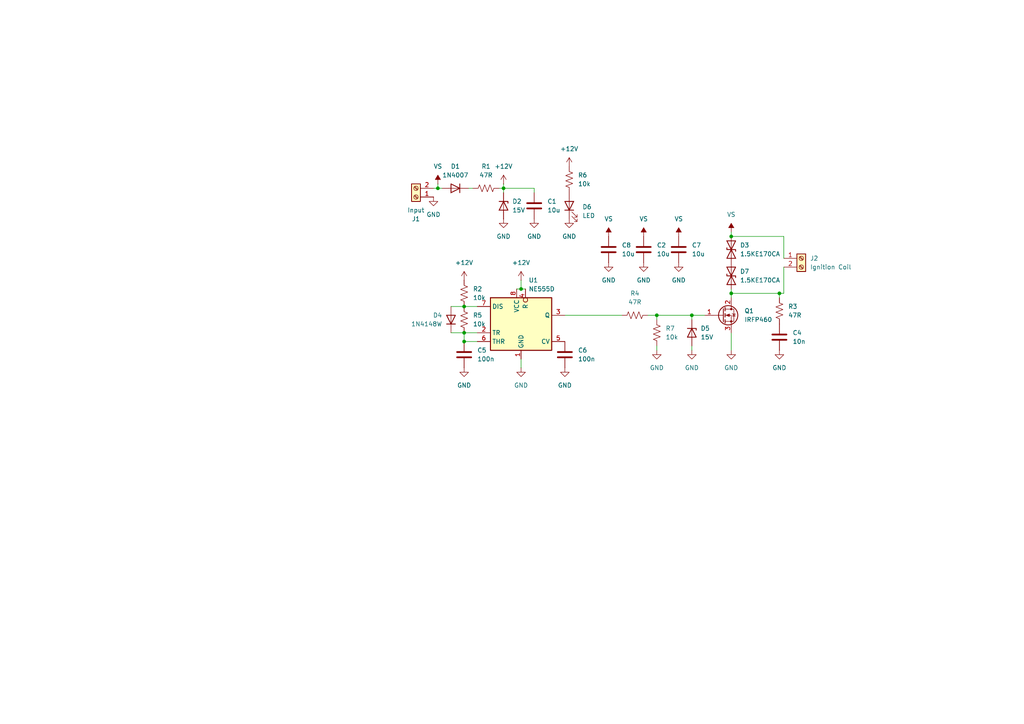
<source format=kicad_sch>
(kicad_sch
	(version 20231120)
	(generator "eeschema")
	(generator_version "8.0")
	(uuid "089547e3-b606-4dda-a04b-e567ffb679c4")
	(paper "A4")
	(lib_symbols
		(symbol "Connector:Screw_Terminal_01x02"
			(pin_names
				(offset 1.016) hide)
			(exclude_from_sim no)
			(in_bom yes)
			(on_board yes)
			(property "Reference" "J"
				(at 0 2.54 0)
				(effects
					(font
						(size 1.27 1.27)
					)
				)
			)
			(property "Value" "Screw_Terminal_01x02"
				(at 0 -5.08 0)
				(effects
					(font
						(size 1.27 1.27)
					)
				)
			)
			(property "Footprint" ""
				(at 0 0 0)
				(effects
					(font
						(size 1.27 1.27)
					)
					(hide yes)
				)
			)
			(property "Datasheet" "~"
				(at 0 0 0)
				(effects
					(font
						(size 1.27 1.27)
					)
					(hide yes)
				)
			)
			(property "Description" "Generic screw terminal, single row, 01x02, script generated (kicad-library-utils/schlib/autogen/connector/)"
				(at 0 0 0)
				(effects
					(font
						(size 1.27 1.27)
					)
					(hide yes)
				)
			)
			(property "ki_keywords" "screw terminal"
				(at 0 0 0)
				(effects
					(font
						(size 1.27 1.27)
					)
					(hide yes)
				)
			)
			(property "ki_fp_filters" "TerminalBlock*:*"
				(at 0 0 0)
				(effects
					(font
						(size 1.27 1.27)
					)
					(hide yes)
				)
			)
			(symbol "Screw_Terminal_01x02_1_1"
				(rectangle
					(start -1.27 1.27)
					(end 1.27 -3.81)
					(stroke
						(width 0.254)
						(type default)
					)
					(fill
						(type background)
					)
				)
				(circle
					(center 0 -2.54)
					(radius 0.635)
					(stroke
						(width 0.1524)
						(type default)
					)
					(fill
						(type none)
					)
				)
				(polyline
					(pts
						(xy -0.5334 -2.2098) (xy 0.3302 -3.048)
					)
					(stroke
						(width 0.1524)
						(type default)
					)
					(fill
						(type none)
					)
				)
				(polyline
					(pts
						(xy -0.5334 0.3302) (xy 0.3302 -0.508)
					)
					(stroke
						(width 0.1524)
						(type default)
					)
					(fill
						(type none)
					)
				)
				(polyline
					(pts
						(xy -0.3556 -2.032) (xy 0.508 -2.8702)
					)
					(stroke
						(width 0.1524)
						(type default)
					)
					(fill
						(type none)
					)
				)
				(polyline
					(pts
						(xy -0.3556 0.508) (xy 0.508 -0.3302)
					)
					(stroke
						(width 0.1524)
						(type default)
					)
					(fill
						(type none)
					)
				)
				(circle
					(center 0 0)
					(radius 0.635)
					(stroke
						(width 0.1524)
						(type default)
					)
					(fill
						(type none)
					)
				)
				(pin passive line
					(at -5.08 0 0)
					(length 3.81)
					(name "Pin_1"
						(effects
							(font
								(size 1.27 1.27)
							)
						)
					)
					(number "1"
						(effects
							(font
								(size 1.27 1.27)
							)
						)
					)
				)
				(pin passive line
					(at -5.08 -2.54 0)
					(length 3.81)
					(name "Pin_2"
						(effects
							(font
								(size 1.27 1.27)
							)
						)
					)
					(number "2"
						(effects
							(font
								(size 1.27 1.27)
							)
						)
					)
				)
			)
		)
		(symbol "Device:C"
			(pin_numbers hide)
			(pin_names
				(offset 0.254)
			)
			(exclude_from_sim no)
			(in_bom yes)
			(on_board yes)
			(property "Reference" "C"
				(at 0.635 2.54 0)
				(effects
					(font
						(size 1.27 1.27)
					)
					(justify left)
				)
			)
			(property "Value" "C"
				(at 0.635 -2.54 0)
				(effects
					(font
						(size 1.27 1.27)
					)
					(justify left)
				)
			)
			(property "Footprint" ""
				(at 0.9652 -3.81 0)
				(effects
					(font
						(size 1.27 1.27)
					)
					(hide yes)
				)
			)
			(property "Datasheet" "~"
				(at 0 0 0)
				(effects
					(font
						(size 1.27 1.27)
					)
					(hide yes)
				)
			)
			(property "Description" "Unpolarized capacitor"
				(at 0 0 0)
				(effects
					(font
						(size 1.27 1.27)
					)
					(hide yes)
				)
			)
			(property "ki_keywords" "cap capacitor"
				(at 0 0 0)
				(effects
					(font
						(size 1.27 1.27)
					)
					(hide yes)
				)
			)
			(property "ki_fp_filters" "C_*"
				(at 0 0 0)
				(effects
					(font
						(size 1.27 1.27)
					)
					(hide yes)
				)
			)
			(symbol "C_0_1"
				(polyline
					(pts
						(xy -2.032 -0.762) (xy 2.032 -0.762)
					)
					(stroke
						(width 0.508)
						(type default)
					)
					(fill
						(type none)
					)
				)
				(polyline
					(pts
						(xy -2.032 0.762) (xy 2.032 0.762)
					)
					(stroke
						(width 0.508)
						(type default)
					)
					(fill
						(type none)
					)
				)
			)
			(symbol "C_1_1"
				(pin passive line
					(at 0 3.81 270)
					(length 2.794)
					(name "~"
						(effects
							(font
								(size 1.27 1.27)
							)
						)
					)
					(number "1"
						(effects
							(font
								(size 1.27 1.27)
							)
						)
					)
				)
				(pin passive line
					(at 0 -3.81 90)
					(length 2.794)
					(name "~"
						(effects
							(font
								(size 1.27 1.27)
							)
						)
					)
					(number "2"
						(effects
							(font
								(size 1.27 1.27)
							)
						)
					)
				)
			)
		)
		(symbol "Device:D"
			(pin_numbers hide)
			(pin_names
				(offset 1.016) hide)
			(exclude_from_sim no)
			(in_bom yes)
			(on_board yes)
			(property "Reference" "D"
				(at 0 2.54 0)
				(effects
					(font
						(size 1.27 1.27)
					)
				)
			)
			(property "Value" "D"
				(at 0 -2.54 0)
				(effects
					(font
						(size 1.27 1.27)
					)
				)
			)
			(property "Footprint" ""
				(at 0 0 0)
				(effects
					(font
						(size 1.27 1.27)
					)
					(hide yes)
				)
			)
			(property "Datasheet" "~"
				(at 0 0 0)
				(effects
					(font
						(size 1.27 1.27)
					)
					(hide yes)
				)
			)
			(property "Description" "Diode"
				(at 0 0 0)
				(effects
					(font
						(size 1.27 1.27)
					)
					(hide yes)
				)
			)
			(property "Sim.Device" "D"
				(at 0 0 0)
				(effects
					(font
						(size 1.27 1.27)
					)
					(hide yes)
				)
			)
			(property "Sim.Pins" "1=K 2=A"
				(at 0 0 0)
				(effects
					(font
						(size 1.27 1.27)
					)
					(hide yes)
				)
			)
			(property "ki_keywords" "diode"
				(at 0 0 0)
				(effects
					(font
						(size 1.27 1.27)
					)
					(hide yes)
				)
			)
			(property "ki_fp_filters" "TO-???* *_Diode_* *SingleDiode* D_*"
				(at 0 0 0)
				(effects
					(font
						(size 1.27 1.27)
					)
					(hide yes)
				)
			)
			(symbol "D_0_1"
				(polyline
					(pts
						(xy -1.27 1.27) (xy -1.27 -1.27)
					)
					(stroke
						(width 0.254)
						(type default)
					)
					(fill
						(type none)
					)
				)
				(polyline
					(pts
						(xy 1.27 0) (xy -1.27 0)
					)
					(stroke
						(width 0)
						(type default)
					)
					(fill
						(type none)
					)
				)
				(polyline
					(pts
						(xy 1.27 1.27) (xy 1.27 -1.27) (xy -1.27 0) (xy 1.27 1.27)
					)
					(stroke
						(width 0.254)
						(type default)
					)
					(fill
						(type none)
					)
				)
			)
			(symbol "D_1_1"
				(pin passive line
					(at -3.81 0 0)
					(length 2.54)
					(name "K"
						(effects
							(font
								(size 1.27 1.27)
							)
						)
					)
					(number "1"
						(effects
							(font
								(size 1.27 1.27)
							)
						)
					)
				)
				(pin passive line
					(at 3.81 0 180)
					(length 2.54)
					(name "A"
						(effects
							(font
								(size 1.27 1.27)
							)
						)
					)
					(number "2"
						(effects
							(font
								(size 1.27 1.27)
							)
						)
					)
				)
			)
		)
		(symbol "Device:D_Zener"
			(pin_numbers hide)
			(pin_names
				(offset 1.016) hide)
			(exclude_from_sim no)
			(in_bom yes)
			(on_board yes)
			(property "Reference" "D"
				(at 0 2.54 0)
				(effects
					(font
						(size 1.27 1.27)
					)
				)
			)
			(property "Value" "D_Zener"
				(at 0 -2.54 0)
				(effects
					(font
						(size 1.27 1.27)
					)
				)
			)
			(property "Footprint" ""
				(at 0 0 0)
				(effects
					(font
						(size 1.27 1.27)
					)
					(hide yes)
				)
			)
			(property "Datasheet" "~"
				(at 0 0 0)
				(effects
					(font
						(size 1.27 1.27)
					)
					(hide yes)
				)
			)
			(property "Description" "Zener diode"
				(at 0 0 0)
				(effects
					(font
						(size 1.27 1.27)
					)
					(hide yes)
				)
			)
			(property "ki_keywords" "diode"
				(at 0 0 0)
				(effects
					(font
						(size 1.27 1.27)
					)
					(hide yes)
				)
			)
			(property "ki_fp_filters" "TO-???* *_Diode_* *SingleDiode* D_*"
				(at 0 0 0)
				(effects
					(font
						(size 1.27 1.27)
					)
					(hide yes)
				)
			)
			(symbol "D_Zener_0_1"
				(polyline
					(pts
						(xy 1.27 0) (xy -1.27 0)
					)
					(stroke
						(width 0)
						(type default)
					)
					(fill
						(type none)
					)
				)
				(polyline
					(pts
						(xy -1.27 -1.27) (xy -1.27 1.27) (xy -0.762 1.27)
					)
					(stroke
						(width 0.254)
						(type default)
					)
					(fill
						(type none)
					)
				)
				(polyline
					(pts
						(xy 1.27 -1.27) (xy 1.27 1.27) (xy -1.27 0) (xy 1.27 -1.27)
					)
					(stroke
						(width 0.254)
						(type default)
					)
					(fill
						(type none)
					)
				)
			)
			(symbol "D_Zener_1_1"
				(pin passive line
					(at -3.81 0 0)
					(length 2.54)
					(name "K"
						(effects
							(font
								(size 1.27 1.27)
							)
						)
					)
					(number "1"
						(effects
							(font
								(size 1.27 1.27)
							)
						)
					)
				)
				(pin passive line
					(at 3.81 0 180)
					(length 2.54)
					(name "A"
						(effects
							(font
								(size 1.27 1.27)
							)
						)
					)
					(number "2"
						(effects
							(font
								(size 1.27 1.27)
							)
						)
					)
				)
			)
		)
		(symbol "Device:LED"
			(pin_numbers hide)
			(pin_names
				(offset 1.016) hide)
			(exclude_from_sim no)
			(in_bom yes)
			(on_board yes)
			(property "Reference" "D"
				(at 0 2.54 0)
				(effects
					(font
						(size 1.27 1.27)
					)
				)
			)
			(property "Value" "LED"
				(at 0 -2.54 0)
				(effects
					(font
						(size 1.27 1.27)
					)
				)
			)
			(property "Footprint" ""
				(at 0 0 0)
				(effects
					(font
						(size 1.27 1.27)
					)
					(hide yes)
				)
			)
			(property "Datasheet" "~"
				(at 0 0 0)
				(effects
					(font
						(size 1.27 1.27)
					)
					(hide yes)
				)
			)
			(property "Description" "Light emitting diode"
				(at 0 0 0)
				(effects
					(font
						(size 1.27 1.27)
					)
					(hide yes)
				)
			)
			(property "ki_keywords" "LED diode"
				(at 0 0 0)
				(effects
					(font
						(size 1.27 1.27)
					)
					(hide yes)
				)
			)
			(property "ki_fp_filters" "LED* LED_SMD:* LED_THT:*"
				(at 0 0 0)
				(effects
					(font
						(size 1.27 1.27)
					)
					(hide yes)
				)
			)
			(symbol "LED_0_1"
				(polyline
					(pts
						(xy -1.27 -1.27) (xy -1.27 1.27)
					)
					(stroke
						(width 0.254)
						(type default)
					)
					(fill
						(type none)
					)
				)
				(polyline
					(pts
						(xy -1.27 0) (xy 1.27 0)
					)
					(stroke
						(width 0)
						(type default)
					)
					(fill
						(type none)
					)
				)
				(polyline
					(pts
						(xy 1.27 -1.27) (xy 1.27 1.27) (xy -1.27 0) (xy 1.27 -1.27)
					)
					(stroke
						(width 0.254)
						(type default)
					)
					(fill
						(type none)
					)
				)
				(polyline
					(pts
						(xy -3.048 -0.762) (xy -4.572 -2.286) (xy -3.81 -2.286) (xy -4.572 -2.286) (xy -4.572 -1.524)
					)
					(stroke
						(width 0)
						(type default)
					)
					(fill
						(type none)
					)
				)
				(polyline
					(pts
						(xy -1.778 -0.762) (xy -3.302 -2.286) (xy -2.54 -2.286) (xy -3.302 -2.286) (xy -3.302 -1.524)
					)
					(stroke
						(width 0)
						(type default)
					)
					(fill
						(type none)
					)
				)
			)
			(symbol "LED_1_1"
				(pin passive line
					(at -3.81 0 0)
					(length 2.54)
					(name "K"
						(effects
							(font
								(size 1.27 1.27)
							)
						)
					)
					(number "1"
						(effects
							(font
								(size 1.27 1.27)
							)
						)
					)
				)
				(pin passive line
					(at 3.81 0 180)
					(length 2.54)
					(name "A"
						(effects
							(font
								(size 1.27 1.27)
							)
						)
					)
					(number "2"
						(effects
							(font
								(size 1.27 1.27)
							)
						)
					)
				)
			)
		)
		(symbol "Device:R_US"
			(pin_numbers hide)
			(pin_names
				(offset 0)
			)
			(exclude_from_sim no)
			(in_bom yes)
			(on_board yes)
			(property "Reference" "R"
				(at 2.54 0 90)
				(effects
					(font
						(size 1.27 1.27)
					)
				)
			)
			(property "Value" "R_US"
				(at -2.54 0 90)
				(effects
					(font
						(size 1.27 1.27)
					)
				)
			)
			(property "Footprint" ""
				(at 1.016 -0.254 90)
				(effects
					(font
						(size 1.27 1.27)
					)
					(hide yes)
				)
			)
			(property "Datasheet" "~"
				(at 0 0 0)
				(effects
					(font
						(size 1.27 1.27)
					)
					(hide yes)
				)
			)
			(property "Description" "Resistor, US symbol"
				(at 0 0 0)
				(effects
					(font
						(size 1.27 1.27)
					)
					(hide yes)
				)
			)
			(property "ki_keywords" "R res resistor"
				(at 0 0 0)
				(effects
					(font
						(size 1.27 1.27)
					)
					(hide yes)
				)
			)
			(property "ki_fp_filters" "R_*"
				(at 0 0 0)
				(effects
					(font
						(size 1.27 1.27)
					)
					(hide yes)
				)
			)
			(symbol "R_US_0_1"
				(polyline
					(pts
						(xy 0 -2.286) (xy 0 -2.54)
					)
					(stroke
						(width 0)
						(type default)
					)
					(fill
						(type none)
					)
				)
				(polyline
					(pts
						(xy 0 2.286) (xy 0 2.54)
					)
					(stroke
						(width 0)
						(type default)
					)
					(fill
						(type none)
					)
				)
				(polyline
					(pts
						(xy 0 -0.762) (xy 1.016 -1.143) (xy 0 -1.524) (xy -1.016 -1.905) (xy 0 -2.286)
					)
					(stroke
						(width 0)
						(type default)
					)
					(fill
						(type none)
					)
				)
				(polyline
					(pts
						(xy 0 0.762) (xy 1.016 0.381) (xy 0 0) (xy -1.016 -0.381) (xy 0 -0.762)
					)
					(stroke
						(width 0)
						(type default)
					)
					(fill
						(type none)
					)
				)
				(polyline
					(pts
						(xy 0 2.286) (xy 1.016 1.905) (xy 0 1.524) (xy -1.016 1.143) (xy 0 0.762)
					)
					(stroke
						(width 0)
						(type default)
					)
					(fill
						(type none)
					)
				)
			)
			(symbol "R_US_1_1"
				(pin passive line
					(at 0 3.81 270)
					(length 1.27)
					(name "~"
						(effects
							(font
								(size 1.27 1.27)
							)
						)
					)
					(number "1"
						(effects
							(font
								(size 1.27 1.27)
							)
						)
					)
				)
				(pin passive line
					(at 0 -3.81 90)
					(length 1.27)
					(name "~"
						(effects
							(font
								(size 1.27 1.27)
							)
						)
					)
					(number "2"
						(effects
							(font
								(size 1.27 1.27)
							)
						)
					)
				)
			)
		)
		(symbol "Diode:1.5KExxCA"
			(pin_numbers hide)
			(pin_names
				(offset 1.016) hide)
			(exclude_from_sim no)
			(in_bom yes)
			(on_board yes)
			(property "Reference" "D"
				(at 0 2.54 0)
				(effects
					(font
						(size 1.27 1.27)
					)
				)
			)
			(property "Value" "1.5KExxCA"
				(at 0 -2.54 0)
				(effects
					(font
						(size 1.27 1.27)
					)
				)
			)
			(property "Footprint" "Diode_THT:D_DO-201AE_P15.24mm_Horizontal"
				(at 0 -5.08 0)
				(effects
					(font
						(size 1.27 1.27)
					)
					(hide yes)
				)
			)
			(property "Datasheet" "https://www.vishay.com/docs/88301/15ke.pdf"
				(at 0 0 0)
				(effects
					(font
						(size 1.27 1.27)
					)
					(hide yes)
				)
			)
			(property "Description" "1500W bidirectional TVS diode, DO-201AE"
				(at 0 0 0)
				(effects
					(font
						(size 1.27 1.27)
					)
					(hide yes)
				)
			)
			(property "ki_keywords" "transient voltage suppressor TRANSZORB®"
				(at 0 0 0)
				(effects
					(font
						(size 1.27 1.27)
					)
					(hide yes)
				)
			)
			(property "ki_fp_filters" "D?DO?201AE*"
				(at 0 0 0)
				(effects
					(font
						(size 1.27 1.27)
					)
					(hide yes)
				)
			)
			(symbol "1.5KExxCA_0_1"
				(polyline
					(pts
						(xy 1.27 0) (xy -1.27 0)
					)
					(stroke
						(width 0)
						(type default)
					)
					(fill
						(type none)
					)
				)
				(polyline
					(pts
						(xy -2.54 -1.27) (xy 0 0) (xy -2.54 1.27) (xy -2.54 -1.27)
					)
					(stroke
						(width 0.254)
						(type default)
					)
					(fill
						(type none)
					)
				)
				(polyline
					(pts
						(xy 0.508 1.27) (xy 0 1.27) (xy 0 -1.27) (xy -0.508 -1.27)
					)
					(stroke
						(width 0.254)
						(type default)
					)
					(fill
						(type none)
					)
				)
				(polyline
					(pts
						(xy 2.54 1.27) (xy 2.54 -1.27) (xy 0 0) (xy 2.54 1.27)
					)
					(stroke
						(width 0.254)
						(type default)
					)
					(fill
						(type none)
					)
				)
			)
			(symbol "1.5KExxCA_1_1"
				(pin passive line
					(at -3.81 0 0)
					(length 2.54)
					(name "A1"
						(effects
							(font
								(size 1.27 1.27)
							)
						)
					)
					(number "1"
						(effects
							(font
								(size 1.27 1.27)
							)
						)
					)
				)
				(pin passive line
					(at 3.81 0 180)
					(length 2.54)
					(name "A2"
						(effects
							(font
								(size 1.27 1.27)
							)
						)
					)
					(number "2"
						(effects
							(font
								(size 1.27 1.27)
							)
						)
					)
				)
			)
		)
		(symbol "Diode:1N4148W"
			(pin_numbers hide)
			(pin_names hide)
			(exclude_from_sim no)
			(in_bom yes)
			(on_board yes)
			(property "Reference" "D"
				(at 0 2.54 0)
				(effects
					(font
						(size 1.27 1.27)
					)
				)
			)
			(property "Value" "1N4148W"
				(at 0 -2.54 0)
				(effects
					(font
						(size 1.27 1.27)
					)
				)
			)
			(property "Footprint" "Diode_SMD:D_SOD-123"
				(at 0 -4.445 0)
				(effects
					(font
						(size 1.27 1.27)
					)
					(hide yes)
				)
			)
			(property "Datasheet" "https://www.vishay.com/docs/85748/1n4148w.pdf"
				(at 0 0 0)
				(effects
					(font
						(size 1.27 1.27)
					)
					(hide yes)
				)
			)
			(property "Description" "75V 0.15A Fast Switching Diode, SOD-123"
				(at 0 0 0)
				(effects
					(font
						(size 1.27 1.27)
					)
					(hide yes)
				)
			)
			(property "Sim.Device" "D"
				(at 0 0 0)
				(effects
					(font
						(size 1.27 1.27)
					)
					(hide yes)
				)
			)
			(property "Sim.Pins" "1=K 2=A"
				(at 0 0 0)
				(effects
					(font
						(size 1.27 1.27)
					)
					(hide yes)
				)
			)
			(property "ki_keywords" "diode"
				(at 0 0 0)
				(effects
					(font
						(size 1.27 1.27)
					)
					(hide yes)
				)
			)
			(property "ki_fp_filters" "D*SOD?123*"
				(at 0 0 0)
				(effects
					(font
						(size 1.27 1.27)
					)
					(hide yes)
				)
			)
			(symbol "1N4148W_0_1"
				(polyline
					(pts
						(xy -1.27 1.27) (xy -1.27 -1.27)
					)
					(stroke
						(width 0.254)
						(type default)
					)
					(fill
						(type none)
					)
				)
				(polyline
					(pts
						(xy 1.27 0) (xy -1.27 0)
					)
					(stroke
						(width 0)
						(type default)
					)
					(fill
						(type none)
					)
				)
				(polyline
					(pts
						(xy 1.27 1.27) (xy 1.27 -1.27) (xy -1.27 0) (xy 1.27 1.27)
					)
					(stroke
						(width 0.254)
						(type default)
					)
					(fill
						(type none)
					)
				)
			)
			(symbol "1N4148W_1_1"
				(pin passive line
					(at -3.81 0 0)
					(length 2.54)
					(name "K"
						(effects
							(font
								(size 1.27 1.27)
							)
						)
					)
					(number "1"
						(effects
							(font
								(size 1.27 1.27)
							)
						)
					)
				)
				(pin passive line
					(at 3.81 0 180)
					(length 2.54)
					(name "A"
						(effects
							(font
								(size 1.27 1.27)
							)
						)
					)
					(number "2"
						(effects
							(font
								(size 1.27 1.27)
							)
						)
					)
				)
			)
		)
		(symbol "Timer:NE555D"
			(exclude_from_sim no)
			(in_bom yes)
			(on_board yes)
			(property "Reference" "U1"
				(at 2.1941 12.7 0)
				(effects
					(font
						(size 1.27 1.27)
					)
					(justify left)
				)
			)
			(property "Value" "NE555D"
				(at 2.1941 10.16 0)
				(effects
					(font
						(size 1.27 1.27)
					)
					(justify left)
				)
			)
			(property "Footprint" "Package_SO:SOIC-8_3.9x4.9mm_P1.27mm"
				(at 21.59 -10.16 0)
				(effects
					(font
						(size 1.27 1.27)
					)
					(hide yes)
				)
			)
			(property "Datasheet" "http://www.ti.com/lit/ds/symlink/ne555.pdf"
				(at 21.59 -10.16 0)
				(effects
					(font
						(size 1.27 1.27)
					)
					(hide yes)
				)
			)
			(property "Description" "Precision Timers, 555 compatible, SOIC-8"
				(at 0 0 0)
				(effects
					(font
						(size 1.27 1.27)
					)
					(hide yes)
				)
			)
			(property "ki_keywords" "single timer 555"
				(at 0 0 0)
				(effects
					(font
						(size 1.27 1.27)
					)
					(hide yes)
				)
			)
			(property "ki_fp_filters" "SOIC*3.9x4.9mm*P1.27mm*"
				(at 0 0 0)
				(effects
					(font
						(size 1.27 1.27)
					)
					(hide yes)
				)
			)
			(symbol "NE555D_0_0"
				(pin power_in line
					(at 0 -10.16 90)
					(length 2.54)
					(name "GND"
						(effects
							(font
								(size 1.27 1.27)
							)
						)
					)
					(number "1"
						(effects
							(font
								(size 1.27 1.27)
							)
						)
					)
				)
				(pin power_in line
					(at -1.27 10.16 270)
					(length 2.54)
					(name "VCC"
						(effects
							(font
								(size 1.27 1.27)
							)
						)
					)
					(number "8"
						(effects
							(font
								(size 1.27 1.27)
							)
						)
					)
				)
			)
			(symbol "NE555D_0_1"
				(rectangle
					(start -8.89 -7.62)
					(end 8.89 7.62)
					(stroke
						(width 0.254)
						(type default)
					)
					(fill
						(type background)
					)
				)
				(rectangle
					(start -8.89 -7.62)
					(end 8.89 7.62)
					(stroke
						(width 0.254)
						(type default)
					)
					(fill
						(type background)
					)
				)
			)
			(symbol "NE555D_1_1"
				(pin input line
					(at -12.7 -2.54 0)
					(length 3.81)
					(name "TR"
						(effects
							(font
								(size 1.27 1.27)
							)
						)
					)
					(number "2"
						(effects
							(font
								(size 1.27 1.27)
							)
						)
					)
				)
				(pin output line
					(at 12.7 2.54 180)
					(length 3.81)
					(name "Q"
						(effects
							(font
								(size 1.27 1.27)
							)
						)
					)
					(number "3"
						(effects
							(font
								(size 1.27 1.27)
							)
						)
					)
				)
				(pin input inverted
					(at 1.27 10.16 270)
					(length 3.81)
					(name "R"
						(effects
							(font
								(size 1.27 1.27)
							)
						)
					)
					(number "4"
						(effects
							(font
								(size 1.27 1.27)
							)
						)
					)
				)
				(pin input line
					(at 12.7 -5.08 180)
					(length 3.81)
					(name "CV"
						(effects
							(font
								(size 1.27 1.27)
							)
						)
					)
					(number "5"
						(effects
							(font
								(size 1.27 1.27)
							)
						)
					)
				)
				(pin input line
					(at -12.7 -5.08 0)
					(length 3.81)
					(name "THR"
						(effects
							(font
								(size 1.27 1.27)
							)
						)
					)
					(number "6"
						(effects
							(font
								(size 1.27 1.27)
							)
						)
					)
				)
				(pin input line
					(at -12.7 5.08 0)
					(length 3.81)
					(name "DIS"
						(effects
							(font
								(size 1.27 1.27)
							)
						)
					)
					(number "7"
						(effects
							(font
								(size 1.27 1.27)
							)
						)
					)
				)
			)
		)
		(symbol "Transistor_FET:IRFP4668PbF"
			(pin_names hide)
			(exclude_from_sim no)
			(in_bom yes)
			(on_board yes)
			(property "Reference" "Q"
				(at 5.08 1.905 0)
				(effects
					(font
						(size 1.27 1.27)
					)
					(justify left)
				)
			)
			(property "Value" "IRFP4668PbF"
				(at 5.08 0 0)
				(effects
					(font
						(size 1.27 1.27)
					)
					(justify left)
				)
			)
			(property "Footprint" "Package_TO_SOT_THT:TO-247-3_Vertical"
				(at 5.08 -1.905 0)
				(effects
					(font
						(size 1.27 1.27)
						(italic yes)
					)
					(justify left)
					(hide yes)
				)
			)
			(property "Datasheet" "https://www.infineon.com/dgdl/irfp4668pbf.pdf?fileId=5546d462533600a40153562c8528201d"
				(at 5.08 -3.81 0)
				(effects
					(font
						(size 1.27 1.27)
					)
					(justify left)
					(hide yes)
				)
			)
			(property "Description" "130A Id, 200V Vds, N-Channel Power MOSFET, TO-247"
				(at 0 0 0)
				(effects
					(font
						(size 1.27 1.27)
					)
					(hide yes)
				)
			)
			(property "ki_keywords" "N-Channel Power MOSFET"
				(at 0 0 0)
				(effects
					(font
						(size 1.27 1.27)
					)
					(hide yes)
				)
			)
			(property "ki_fp_filters" "TO?247*"
				(at 0 0 0)
				(effects
					(font
						(size 1.27 1.27)
					)
					(hide yes)
				)
			)
			(symbol "IRFP4668PbF_0_1"
				(polyline
					(pts
						(xy 0.254 0) (xy -2.54 0)
					)
					(stroke
						(width 0)
						(type default)
					)
					(fill
						(type none)
					)
				)
				(polyline
					(pts
						(xy 0.254 1.905) (xy 0.254 -1.905)
					)
					(stroke
						(width 0.254)
						(type default)
					)
					(fill
						(type none)
					)
				)
				(polyline
					(pts
						(xy 0.762 -1.27) (xy 0.762 -2.286)
					)
					(stroke
						(width 0.254)
						(type default)
					)
					(fill
						(type none)
					)
				)
				(polyline
					(pts
						(xy 0.762 0.508) (xy 0.762 -0.508)
					)
					(stroke
						(width 0.254)
						(type default)
					)
					(fill
						(type none)
					)
				)
				(polyline
					(pts
						(xy 0.762 2.286) (xy 0.762 1.27)
					)
					(stroke
						(width 0.254)
						(type default)
					)
					(fill
						(type none)
					)
				)
				(polyline
					(pts
						(xy 2.54 2.54) (xy 2.54 1.778)
					)
					(stroke
						(width 0)
						(type default)
					)
					(fill
						(type none)
					)
				)
				(polyline
					(pts
						(xy 2.54 -2.54) (xy 2.54 0) (xy 0.762 0)
					)
					(stroke
						(width 0)
						(type default)
					)
					(fill
						(type none)
					)
				)
				(polyline
					(pts
						(xy 0.762 -1.778) (xy 3.302 -1.778) (xy 3.302 1.778) (xy 0.762 1.778)
					)
					(stroke
						(width 0)
						(type default)
					)
					(fill
						(type none)
					)
				)
				(polyline
					(pts
						(xy 1.016 0) (xy 2.032 0.381) (xy 2.032 -0.381) (xy 1.016 0)
					)
					(stroke
						(width 0)
						(type default)
					)
					(fill
						(type outline)
					)
				)
				(polyline
					(pts
						(xy 2.794 0.508) (xy 2.921 0.381) (xy 3.683 0.381) (xy 3.81 0.254)
					)
					(stroke
						(width 0)
						(type default)
					)
					(fill
						(type none)
					)
				)
				(polyline
					(pts
						(xy 3.302 0.381) (xy 2.921 -0.254) (xy 3.683 -0.254) (xy 3.302 0.381)
					)
					(stroke
						(width 0)
						(type default)
					)
					(fill
						(type none)
					)
				)
				(circle
					(center 1.651 0)
					(radius 2.794)
					(stroke
						(width 0.254)
						(type default)
					)
					(fill
						(type none)
					)
				)
				(circle
					(center 2.54 -1.778)
					(radius 0.254)
					(stroke
						(width 0)
						(type default)
					)
					(fill
						(type outline)
					)
				)
				(circle
					(center 2.54 1.778)
					(radius 0.254)
					(stroke
						(width 0)
						(type default)
					)
					(fill
						(type outline)
					)
				)
			)
			(symbol "IRFP4668PbF_1_1"
				(pin input line
					(at -5.08 0 0)
					(length 2.54)
					(name "G"
						(effects
							(font
								(size 1.27 1.27)
							)
						)
					)
					(number "1"
						(effects
							(font
								(size 1.27 1.27)
							)
						)
					)
				)
				(pin passive line
					(at 2.54 5.08 270)
					(length 2.54)
					(name "D"
						(effects
							(font
								(size 1.27 1.27)
							)
						)
					)
					(number "2"
						(effects
							(font
								(size 1.27 1.27)
							)
						)
					)
				)
				(pin passive line
					(at 2.54 -5.08 90)
					(length 2.54)
					(name "S"
						(effects
							(font
								(size 1.27 1.27)
							)
						)
					)
					(number "3"
						(effects
							(font
								(size 1.27 1.27)
							)
						)
					)
				)
			)
		)
		(symbol "power:+12V"
			(power)
			(pin_numbers hide)
			(pin_names
				(offset 0) hide)
			(exclude_from_sim no)
			(in_bom yes)
			(on_board yes)
			(property "Reference" "#PWR"
				(at 0 -3.81 0)
				(effects
					(font
						(size 1.27 1.27)
					)
					(hide yes)
				)
			)
			(property "Value" "+12V"
				(at 0 3.556 0)
				(effects
					(font
						(size 1.27 1.27)
					)
				)
			)
			(property "Footprint" ""
				(at 0 0 0)
				(effects
					(font
						(size 1.27 1.27)
					)
					(hide yes)
				)
			)
			(property "Datasheet" ""
				(at 0 0 0)
				(effects
					(font
						(size 1.27 1.27)
					)
					(hide yes)
				)
			)
			(property "Description" "Power symbol creates a global label with name \"+12V\""
				(at 0 0 0)
				(effects
					(font
						(size 1.27 1.27)
					)
					(hide yes)
				)
			)
			(property "ki_keywords" "global power"
				(at 0 0 0)
				(effects
					(font
						(size 1.27 1.27)
					)
					(hide yes)
				)
			)
			(symbol "+12V_0_1"
				(polyline
					(pts
						(xy -0.762 1.27) (xy 0 2.54)
					)
					(stroke
						(width 0)
						(type default)
					)
					(fill
						(type none)
					)
				)
				(polyline
					(pts
						(xy 0 0) (xy 0 2.54)
					)
					(stroke
						(width 0)
						(type default)
					)
					(fill
						(type none)
					)
				)
				(polyline
					(pts
						(xy 0 2.54) (xy 0.762 1.27)
					)
					(stroke
						(width 0)
						(type default)
					)
					(fill
						(type none)
					)
				)
			)
			(symbol "+12V_1_1"
				(pin power_in line
					(at 0 0 90)
					(length 0)
					(name "~"
						(effects
							(font
								(size 1.27 1.27)
							)
						)
					)
					(number "1"
						(effects
							(font
								(size 1.27 1.27)
							)
						)
					)
				)
			)
		)
		(symbol "power:GND"
			(power)
			(pin_numbers hide)
			(pin_names
				(offset 0) hide)
			(exclude_from_sim no)
			(in_bom yes)
			(on_board yes)
			(property "Reference" "#PWR"
				(at 0 -6.35 0)
				(effects
					(font
						(size 1.27 1.27)
					)
					(hide yes)
				)
			)
			(property "Value" "GND"
				(at 0 -3.81 0)
				(effects
					(font
						(size 1.27 1.27)
					)
				)
			)
			(property "Footprint" ""
				(at 0 0 0)
				(effects
					(font
						(size 1.27 1.27)
					)
					(hide yes)
				)
			)
			(property "Datasheet" ""
				(at 0 0 0)
				(effects
					(font
						(size 1.27 1.27)
					)
					(hide yes)
				)
			)
			(property "Description" "Power symbol creates a global label with name \"GND\" , ground"
				(at 0 0 0)
				(effects
					(font
						(size 1.27 1.27)
					)
					(hide yes)
				)
			)
			(property "ki_keywords" "global power"
				(at 0 0 0)
				(effects
					(font
						(size 1.27 1.27)
					)
					(hide yes)
				)
			)
			(symbol "GND_0_1"
				(polyline
					(pts
						(xy 0 0) (xy 0 -1.27) (xy 1.27 -1.27) (xy 0 -2.54) (xy -1.27 -1.27) (xy 0 -1.27)
					)
					(stroke
						(width 0)
						(type default)
					)
					(fill
						(type none)
					)
				)
			)
			(symbol "GND_1_1"
				(pin power_in line
					(at 0 0 270)
					(length 0)
					(name "~"
						(effects
							(font
								(size 1.27 1.27)
							)
						)
					)
					(number "1"
						(effects
							(font
								(size 1.27 1.27)
							)
						)
					)
				)
			)
		)
		(symbol "power:VS"
			(power)
			(pin_numbers hide)
			(pin_names
				(offset 0) hide)
			(exclude_from_sim no)
			(in_bom yes)
			(on_board yes)
			(property "Reference" "#PWR"
				(at 0 -3.81 0)
				(effects
					(font
						(size 1.27 1.27)
					)
					(hide yes)
				)
			)
			(property "Value" "VS"
				(at 0 3.556 0)
				(effects
					(font
						(size 1.27 1.27)
					)
				)
			)
			(property "Footprint" ""
				(at 0 0 0)
				(effects
					(font
						(size 1.27 1.27)
					)
					(hide yes)
				)
			)
			(property "Datasheet" ""
				(at 0 0 0)
				(effects
					(font
						(size 1.27 1.27)
					)
					(hide yes)
				)
			)
			(property "Description" "Power symbol creates a global label with name \"VS\""
				(at 0 0 0)
				(effects
					(font
						(size 1.27 1.27)
					)
					(hide yes)
				)
			)
			(property "ki_keywords" "global power"
				(at 0 0 0)
				(effects
					(font
						(size 1.27 1.27)
					)
					(hide yes)
				)
			)
			(symbol "VS_0_1"
				(polyline
					(pts
						(xy 0 0) (xy 0 2.54)
					)
					(stroke
						(width 0)
						(type default)
					)
					(fill
						(type none)
					)
				)
				(polyline
					(pts
						(xy 0.762 1.27) (xy -0.762 1.27) (xy 0 2.54) (xy 0.762 1.27)
					)
					(stroke
						(width 0)
						(type default)
					)
					(fill
						(type outline)
					)
				)
			)
			(symbol "VS_1_1"
				(pin power_in line
					(at 0 0 90)
					(length 0)
					(name "~"
						(effects
							(font
								(size 1.27 1.27)
							)
						)
					)
					(number "1"
						(effects
							(font
								(size 1.27 1.27)
							)
						)
					)
				)
			)
		)
	)
	(junction
		(at 200.66 91.44)
		(diameter 0)
		(color 0 0 0 0)
		(uuid "0c8f2711-601c-4d5a-bcbd-6437868c2190")
	)
	(junction
		(at 127 54.61)
		(diameter 0)
		(color 0 0 0 0)
		(uuid "1bfb7312-d915-4fbf-ae8a-caeecf07a027")
	)
	(junction
		(at 190.5 91.44)
		(diameter 0)
		(color 0 0 0 0)
		(uuid "1e8092c7-9b4f-435a-a4d3-fdd3a1fb2403")
	)
	(junction
		(at 212.09 85.09)
		(diameter 0)
		(color 0 0 0 0)
		(uuid "50b43e9b-5939-4824-8d64-f8c2a70da72b")
	)
	(junction
		(at 134.62 88.9)
		(diameter 0)
		(color 0 0 0 0)
		(uuid "530c495e-4225-4800-90d5-7a51929657f8")
	)
	(junction
		(at 134.62 99.06)
		(diameter 0)
		(color 0 0 0 0)
		(uuid "64ca8eb6-a0b9-4c60-a7d5-574c2d783f9a")
	)
	(junction
		(at 212.09 68.58)
		(diameter 0)
		(color 0 0 0 0)
		(uuid "659e8156-694c-4d1b-9a7b-8c69ac98a858")
	)
	(junction
		(at 134.62 96.52)
		(diameter 0)
		(color 0 0 0 0)
		(uuid "9eff5aff-442b-4697-a52d-62af0bc1844a")
	)
	(junction
		(at 226.06 85.09)
		(diameter 0)
		(color 0 0 0 0)
		(uuid "addde35c-aa3e-4b16-b693-e65b76edbb9f")
	)
	(junction
		(at 151.13 83.82)
		(diameter 0)
		(color 0 0 0 0)
		(uuid "e9b36f33-0c43-4422-b8ae-4bed701a7864")
	)
	(junction
		(at 146.05 54.61)
		(diameter 0)
		(color 0 0 0 0)
		(uuid "f61eac05-a84c-4de9-83df-bc244db94aae")
	)
	(wire
		(pts
			(xy 212.09 85.09) (xy 212.09 86.36)
		)
		(stroke
			(width 0)
			(type default)
		)
		(uuid "1a6da63f-1583-418e-8d40-cf694a4b2e34")
	)
	(wire
		(pts
			(xy 227.33 85.09) (xy 226.06 85.09)
		)
		(stroke
			(width 0)
			(type default)
		)
		(uuid "1e94c6f8-89d4-49c9-a82d-44cded31ace5")
	)
	(wire
		(pts
			(xy 151.13 106.68) (xy 151.13 104.14)
		)
		(stroke
			(width 0)
			(type default)
		)
		(uuid "21b1f212-fe0d-4cfa-98c2-965752d67f1c")
	)
	(wire
		(pts
			(xy 134.62 96.52) (xy 134.62 99.06)
		)
		(stroke
			(width 0)
			(type default)
		)
		(uuid "27335d40-14da-4a19-a8e0-fde2e8b1ea0c")
	)
	(wire
		(pts
			(xy 190.5 100.33) (xy 190.5 101.6)
		)
		(stroke
			(width 0)
			(type default)
		)
		(uuid "2cb9547d-4ec2-44c8-a7ef-43b7f9ab856a")
	)
	(wire
		(pts
			(xy 154.94 55.88) (xy 154.94 54.61)
		)
		(stroke
			(width 0)
			(type default)
		)
		(uuid "2ed73f6d-dc85-42d4-a2d2-86b3adc27ca1")
	)
	(wire
		(pts
			(xy 127 54.61) (xy 128.27 54.61)
		)
		(stroke
			(width 0)
			(type default)
		)
		(uuid "41f3d951-d143-4d45-94ca-eab8814fbd01")
	)
	(wire
		(pts
			(xy 212.09 83.82) (xy 212.09 85.09)
		)
		(stroke
			(width 0)
			(type default)
		)
		(uuid "43fc5bef-4ce4-413f-a486-b1a500cf306e")
	)
	(wire
		(pts
			(xy 130.81 96.52) (xy 134.62 96.52)
		)
		(stroke
			(width 0)
			(type default)
		)
		(uuid "50551dcc-8150-4b99-8c26-f6e6f809204d")
	)
	(wire
		(pts
			(xy 212.09 67.31) (xy 212.09 68.58)
		)
		(stroke
			(width 0)
			(type default)
		)
		(uuid "51ddd30d-7a80-429e-bdfd-0281d1e09fb7")
	)
	(wire
		(pts
			(xy 149.86 83.82) (xy 151.13 83.82)
		)
		(stroke
			(width 0)
			(type default)
		)
		(uuid "60d72eab-1a28-492e-8d43-b93b5653fd77")
	)
	(wire
		(pts
			(xy 227.33 77.47) (xy 227.33 85.09)
		)
		(stroke
			(width 0)
			(type default)
		)
		(uuid "667c33cc-c8a5-4302-89b6-65ada43c6642")
	)
	(wire
		(pts
			(xy 144.78 54.61) (xy 146.05 54.61)
		)
		(stroke
			(width 0)
			(type default)
		)
		(uuid "7fa95d91-0850-4c3d-9b6e-550773b593d2")
	)
	(wire
		(pts
			(xy 130.81 88.9) (xy 134.62 88.9)
		)
		(stroke
			(width 0)
			(type default)
		)
		(uuid "8800f643-741a-4c8d-b5da-0af2c843d52a")
	)
	(wire
		(pts
			(xy 200.66 100.33) (xy 200.66 101.6)
		)
		(stroke
			(width 0)
			(type default)
		)
		(uuid "8cfbba58-520a-48d8-b7a0-46bca41d9b4a")
	)
	(wire
		(pts
			(xy 200.66 91.44) (xy 204.47 91.44)
		)
		(stroke
			(width 0)
			(type default)
		)
		(uuid "8ea8d104-e195-47b3-9d9d-7e236ebdfc3b")
	)
	(wire
		(pts
			(xy 151.13 83.82) (xy 152.4 83.82)
		)
		(stroke
			(width 0)
			(type default)
		)
		(uuid "981c6897-a81f-4a21-9ab7-d7de223187af")
	)
	(wire
		(pts
			(xy 212.09 85.09) (xy 226.06 85.09)
		)
		(stroke
			(width 0)
			(type default)
		)
		(uuid "99c37535-89ef-4d76-a772-df3fd71f64f5")
	)
	(wire
		(pts
			(xy 138.43 96.52) (xy 134.62 96.52)
		)
		(stroke
			(width 0)
			(type default)
		)
		(uuid "9bf87b28-3383-4e1f-ba65-12c1c5c8154c")
	)
	(wire
		(pts
			(xy 127 53.34) (xy 127 54.61)
		)
		(stroke
			(width 0)
			(type default)
		)
		(uuid "9cc8da87-d6dc-4ec7-af59-435f5c486d98")
	)
	(wire
		(pts
			(xy 187.96 91.44) (xy 190.5 91.44)
		)
		(stroke
			(width 0)
			(type default)
		)
		(uuid "9df68470-af1f-456c-a226-dcf7732c64e5")
	)
	(wire
		(pts
			(xy 154.94 54.61) (xy 146.05 54.61)
		)
		(stroke
			(width 0)
			(type default)
		)
		(uuid "a5e080c0-5990-4ac6-9de9-147eb0039a98")
	)
	(wire
		(pts
			(xy 146.05 53.34) (xy 146.05 54.61)
		)
		(stroke
			(width 0)
			(type default)
		)
		(uuid "afd98d0a-6c70-4759-bd4b-f0ab26c445e2")
	)
	(wire
		(pts
			(xy 151.13 81.28) (xy 151.13 83.82)
		)
		(stroke
			(width 0)
			(type default)
		)
		(uuid "c1f9bbc0-5ef1-425c-9649-3aaf06c69166")
	)
	(wire
		(pts
			(xy 163.83 91.44) (xy 180.34 91.44)
		)
		(stroke
			(width 0)
			(type default)
		)
		(uuid "ca64b6bf-5eea-4c72-9fa8-25e9f7dd1e65")
	)
	(wire
		(pts
			(xy 227.33 68.58) (xy 212.09 68.58)
		)
		(stroke
			(width 0)
			(type default)
		)
		(uuid "d4fc86cc-7255-4b6c-8bfc-944ead82ba83")
	)
	(wire
		(pts
			(xy 212.09 96.52) (xy 212.09 101.6)
		)
		(stroke
			(width 0)
			(type default)
		)
		(uuid "dae14e2a-0df2-4c47-a2ab-b6623efbc175")
	)
	(wire
		(pts
			(xy 135.89 54.61) (xy 137.16 54.61)
		)
		(stroke
			(width 0)
			(type default)
		)
		(uuid "e74bc2a1-2cfd-49db-9d74-4b819e6388f4")
	)
	(wire
		(pts
			(xy 200.66 92.71) (xy 200.66 91.44)
		)
		(stroke
			(width 0)
			(type default)
		)
		(uuid "eb53b83e-5609-4066-845d-5c476855546c")
	)
	(wire
		(pts
			(xy 146.05 54.61) (xy 146.05 55.88)
		)
		(stroke
			(width 0)
			(type default)
		)
		(uuid "f21030a2-e3ed-48d8-9d0b-34a9e2e55572")
	)
	(wire
		(pts
			(xy 134.62 99.06) (xy 138.43 99.06)
		)
		(stroke
			(width 0)
			(type default)
		)
		(uuid "f7ce0156-bfd6-4acb-a1af-beb533a86493")
	)
	(wire
		(pts
			(xy 227.33 74.93) (xy 227.33 68.58)
		)
		(stroke
			(width 0)
			(type default)
		)
		(uuid "f8e98f2c-7dbb-4a71-bfd5-4b0fb8bdf8e1")
	)
	(wire
		(pts
			(xy 125.73 54.61) (xy 127 54.61)
		)
		(stroke
			(width 0)
			(type default)
		)
		(uuid "fae6286f-9ce9-440d-9fd7-f6ba4950b7f8")
	)
	(wire
		(pts
			(xy 134.62 88.9) (xy 138.43 88.9)
		)
		(stroke
			(width 0)
			(type default)
		)
		(uuid "fc526079-6027-4b1a-a5e8-abb7d20c72d9")
	)
	(wire
		(pts
			(xy 190.5 91.44) (xy 190.5 92.71)
		)
		(stroke
			(width 0)
			(type default)
		)
		(uuid "fc7caca0-d218-4be5-ab20-50c26af103fa")
	)
	(wire
		(pts
			(xy 226.06 86.36) (xy 226.06 85.09)
		)
		(stroke
			(width 0)
			(type default)
		)
		(uuid "ff663b2b-834f-41e1-9583-5f9cb867cc31")
	)
	(wire
		(pts
			(xy 200.66 91.44) (xy 190.5 91.44)
		)
		(stroke
			(width 0)
			(type default)
		)
		(uuid "ffb1de94-b299-411b-8a25-d0d9965d8fda")
	)
	(symbol
		(lib_id "Device:C")
		(at 226.06 97.79 0)
		(unit 1)
		(exclude_from_sim no)
		(in_bom yes)
		(on_board yes)
		(dnp no)
		(fields_autoplaced yes)
		(uuid "00cc52e7-1d93-4884-aaca-7b60ee62ca80")
		(property "Reference" "C4"
			(at 229.87 96.5199 0)
			(effects
				(font
					(size 1.27 1.27)
				)
				(justify left)
			)
		)
		(property "Value" "10n"
			(at 229.87 99.0599 0)
			(effects
				(font
					(size 1.27 1.27)
				)
				(justify left)
			)
		)
		(property "Footprint" "Capacitor_THT:C_Disc_D11.0mm_W5.0mm_P7.50mm"
			(at 227.0252 101.6 0)
			(effects
				(font
					(size 1.27 1.27)
				)
				(hide yes)
			)
		)
		(property "Datasheet" "~"
			(at 226.06 97.79 0)
			(effects
				(font
					(size 1.27 1.27)
				)
				(hide yes)
			)
		)
		(property "Description" "Unpolarized capacitor"
			(at 226.06 97.79 0)
			(effects
				(font
					(size 1.27 1.27)
				)
				(hide yes)
			)
		)
		(pin "1"
			(uuid "6cc1f88b-7f03-4029-aa21-7c668d8504f2")
		)
		(pin "2"
			(uuid "faffb25e-06db-4d17-a464-aa7f9d039c0e")
		)
		(instances
			(project ""
				(path "/089547e3-b606-4dda-a04b-e567ffb679c4"
					(reference "C4")
					(unit 1)
				)
			)
		)
	)
	(symbol
		(lib_id "Device:C")
		(at 176.53 72.39 0)
		(unit 1)
		(exclude_from_sim no)
		(in_bom yes)
		(on_board yes)
		(dnp no)
		(fields_autoplaced yes)
		(uuid "034ce662-b299-4d31-85fe-3e7ab52aff7f")
		(property "Reference" "C8"
			(at 180.34 71.1199 0)
			(effects
				(font
					(size 1.27 1.27)
				)
				(justify left)
			)
		)
		(property "Value" "10u"
			(at 180.34 73.6599 0)
			(effects
				(font
					(size 1.27 1.27)
				)
				(justify left)
			)
		)
		(property "Footprint" "Capacitor_SMD:C_1206_3216Metric"
			(at 177.4952 76.2 0)
			(effects
				(font
					(size 1.27 1.27)
				)
				(hide yes)
			)
		)
		(property "Datasheet" "~"
			(at 176.53 72.39 0)
			(effects
				(font
					(size 1.27 1.27)
				)
				(hide yes)
			)
		)
		(property "Description" "Unpolarized capacitor"
			(at 176.53 72.39 0)
			(effects
				(font
					(size 1.27 1.27)
				)
				(hide yes)
			)
		)
		(pin "1"
			(uuid "4b9dbf2a-83ed-408b-ac60-33aab4b40595")
		)
		(pin "2"
			(uuid "6f7738f8-c2b4-4a5e-85f3-29288775a5f9")
		)
		(instances
			(project "Ignition coil driver"
				(path "/089547e3-b606-4dda-a04b-e567ffb679c4"
					(reference "C8")
					(unit 1)
				)
			)
		)
	)
	(symbol
		(lib_id "Device:R_US")
		(at 165.1 52.07 0)
		(unit 1)
		(exclude_from_sim no)
		(in_bom yes)
		(on_board yes)
		(dnp no)
		(fields_autoplaced yes)
		(uuid "08dd06c2-48a0-4e1d-8f8b-148f3ccee354")
		(property "Reference" "R6"
			(at 167.64 50.7999 0)
			(effects
				(font
					(size 1.27 1.27)
				)
				(justify left)
			)
		)
		(property "Value" "10k"
			(at 167.64 53.3399 0)
			(effects
				(font
					(size 1.27 1.27)
				)
				(justify left)
			)
		)
		(property "Footprint" "Resistor_SMD:R_1206_3216Metric"
			(at 166.116 52.324 90)
			(effects
				(font
					(size 1.27 1.27)
				)
				(hide yes)
			)
		)
		(property "Datasheet" "~"
			(at 165.1 52.07 0)
			(effects
				(font
					(size 1.27 1.27)
				)
				(hide yes)
			)
		)
		(property "Description" "Resistor, US symbol"
			(at 165.1 52.07 0)
			(effects
				(font
					(size 1.27 1.27)
				)
				(hide yes)
			)
		)
		(pin "2"
			(uuid "6ae7b861-1d46-4067-b3e1-c5f42e42c974")
		)
		(pin "1"
			(uuid "3957db0b-df82-49c7-aed1-7dadf742fd0d")
		)
		(instances
			(project "Ignition coil driver"
				(path "/089547e3-b606-4dda-a04b-e567ffb679c4"
					(reference "R6")
					(unit 1)
				)
			)
		)
	)
	(symbol
		(lib_id "power:GND")
		(at 134.62 106.68 0)
		(unit 1)
		(exclude_from_sim no)
		(in_bom yes)
		(on_board yes)
		(dnp no)
		(fields_autoplaced yes)
		(uuid "0a5b56eb-fc0a-4733-9e83-0cfb2207071f")
		(property "Reference" "#PWR015"
			(at 134.62 113.03 0)
			(effects
				(font
					(size 1.27 1.27)
				)
				(hide yes)
			)
		)
		(property "Value" "GND"
			(at 134.62 111.76 0)
			(effects
				(font
					(size 1.27 1.27)
				)
			)
		)
		(property "Footprint" ""
			(at 134.62 106.68 0)
			(effects
				(font
					(size 1.27 1.27)
				)
				(hide yes)
			)
		)
		(property "Datasheet" ""
			(at 134.62 106.68 0)
			(effects
				(font
					(size 1.27 1.27)
				)
				(hide yes)
			)
		)
		(property "Description" "Power symbol creates a global label with name \"GND\" , ground"
			(at 134.62 106.68 0)
			(effects
				(font
					(size 1.27 1.27)
				)
				(hide yes)
			)
		)
		(pin "1"
			(uuid "1180d8d4-30b0-482a-9898-4b5f3260da72")
		)
		(instances
			(project ""
				(path "/089547e3-b606-4dda-a04b-e567ffb679c4"
					(reference "#PWR015")
					(unit 1)
				)
			)
		)
	)
	(symbol
		(lib_id "Diode:1.5KExxCA")
		(at 212.09 72.39 90)
		(unit 1)
		(exclude_from_sim no)
		(in_bom yes)
		(on_board yes)
		(dnp no)
		(fields_autoplaced yes)
		(uuid "0b9f2a83-87b0-4273-a958-83970585abe0")
		(property "Reference" "D3"
			(at 214.63 71.1199 90)
			(effects
				(font
					(size 1.27 1.27)
				)
				(justify right)
			)
		)
		(property "Value" "1.5KE170CA"
			(at 214.63 73.6599 90)
			(effects
				(font
					(size 1.27 1.27)
				)
				(justify right)
			)
		)
		(property "Footprint" "Diode_THT:D_DO-201AE_P3.81mm_Vertical_AnodeUp"
			(at 217.17 72.39 0)
			(effects
				(font
					(size 1.27 1.27)
				)
				(hide yes)
			)
		)
		(property "Datasheet" "https://www.vishay.com/docs/88301/15ke.pdf"
			(at 212.09 72.39 0)
			(effects
				(font
					(size 1.27 1.27)
				)
				(hide yes)
			)
		)
		(property "Description" "1500W bidirectional TVS diode, DO-201AE"
			(at 212.09 72.39 0)
			(effects
				(font
					(size 1.27 1.27)
				)
				(hide yes)
			)
		)
		(pin "1"
			(uuid "33d4432a-0c71-4b73-8674-d5149c27ef72")
		)
		(pin "2"
			(uuid "3ae3d3c5-3952-4523-a131-002b4dc51908")
		)
		(instances
			(project "Ignition coil driver"
				(path "/089547e3-b606-4dda-a04b-e567ffb679c4"
					(reference "D3")
					(unit 1)
				)
			)
		)
	)
	(symbol
		(lib_id "power:+12V")
		(at 165.1 48.26 0)
		(unit 1)
		(exclude_from_sim no)
		(in_bom yes)
		(on_board yes)
		(dnp no)
		(fields_autoplaced yes)
		(uuid "0f197fea-80b5-441d-8673-7d5625b8887c")
		(property "Reference" "#PWR023"
			(at 165.1 52.07 0)
			(effects
				(font
					(size 1.27 1.27)
				)
				(hide yes)
			)
		)
		(property "Value" "+12V"
			(at 165.1 43.18 0)
			(effects
				(font
					(size 1.27 1.27)
				)
			)
		)
		(property "Footprint" ""
			(at 165.1 48.26 0)
			(effects
				(font
					(size 1.27 1.27)
				)
				(hide yes)
			)
		)
		(property "Datasheet" ""
			(at 165.1 48.26 0)
			(effects
				(font
					(size 1.27 1.27)
				)
				(hide yes)
			)
		)
		(property "Description" "Power symbol creates a global label with name \"+12V\""
			(at 165.1 48.26 0)
			(effects
				(font
					(size 1.27 1.27)
				)
				(hide yes)
			)
		)
		(pin "1"
			(uuid "dc9c99ff-cacc-4fac-8d67-26e884849b53")
		)
		(instances
			(project "Ignition coil driver"
				(path "/089547e3-b606-4dda-a04b-e567ffb679c4"
					(reference "#PWR023")
					(unit 1)
				)
			)
		)
	)
	(symbol
		(lib_id "power:GND")
		(at 212.09 101.6 0)
		(unit 1)
		(exclude_from_sim no)
		(in_bom yes)
		(on_board yes)
		(dnp no)
		(fields_autoplaced yes)
		(uuid "15dbc559-da74-4472-81e7-e1bfc104d418")
		(property "Reference" "#PWR013"
			(at 212.09 107.95 0)
			(effects
				(font
					(size 1.27 1.27)
				)
				(hide yes)
			)
		)
		(property "Value" "GND"
			(at 212.09 106.68 0)
			(effects
				(font
					(size 1.27 1.27)
				)
			)
		)
		(property "Footprint" ""
			(at 212.09 101.6 0)
			(effects
				(font
					(size 1.27 1.27)
				)
				(hide yes)
			)
		)
		(property "Datasheet" ""
			(at 212.09 101.6 0)
			(effects
				(font
					(size 1.27 1.27)
				)
				(hide yes)
			)
		)
		(property "Description" "Power symbol creates a global label with name \"GND\" , ground"
			(at 212.09 101.6 0)
			(effects
				(font
					(size 1.27 1.27)
				)
				(hide yes)
			)
		)
		(pin "1"
			(uuid "fa600e06-2341-48e9-b7f9-c7acfdd84853")
		)
		(instances
			(project ""
				(path "/089547e3-b606-4dda-a04b-e567ffb679c4"
					(reference "#PWR013")
					(unit 1)
				)
			)
		)
	)
	(symbol
		(lib_id "power:GND")
		(at 190.5 101.6 0)
		(unit 1)
		(exclude_from_sim no)
		(in_bom yes)
		(on_board yes)
		(dnp no)
		(fields_autoplaced yes)
		(uuid "167114f0-0a14-4262-8649-b9d17300f196")
		(property "Reference" "#PWR011"
			(at 190.5 107.95 0)
			(effects
				(font
					(size 1.27 1.27)
				)
				(hide yes)
			)
		)
		(property "Value" "GND"
			(at 190.5 106.68 0)
			(effects
				(font
					(size 1.27 1.27)
				)
			)
		)
		(property "Footprint" ""
			(at 190.5 101.6 0)
			(effects
				(font
					(size 1.27 1.27)
				)
				(hide yes)
			)
		)
		(property "Datasheet" ""
			(at 190.5 101.6 0)
			(effects
				(font
					(size 1.27 1.27)
				)
				(hide yes)
			)
		)
		(property "Description" "Power symbol creates a global label with name \"GND\" , ground"
			(at 190.5 101.6 0)
			(effects
				(font
					(size 1.27 1.27)
				)
				(hide yes)
			)
		)
		(pin "1"
			(uuid "f8edffdf-8c5d-4f4d-9341-1bb92f0e78a2")
		)
		(instances
			(project ""
				(path "/089547e3-b606-4dda-a04b-e567ffb679c4"
					(reference "#PWR011")
					(unit 1)
				)
			)
		)
	)
	(symbol
		(lib_id "power:VS")
		(at 196.85 68.58 0)
		(unit 1)
		(exclude_from_sim no)
		(in_bom yes)
		(on_board yes)
		(dnp no)
		(fields_autoplaced yes)
		(uuid "1772981c-23df-4b71-a898-2cc54e3cabbe")
		(property "Reference" "#PWR019"
			(at 196.85 72.39 0)
			(effects
				(font
					(size 1.27 1.27)
				)
				(hide yes)
			)
		)
		(property "Value" "VS"
			(at 196.85 63.5 0)
			(effects
				(font
					(size 1.27 1.27)
				)
			)
		)
		(property "Footprint" ""
			(at 196.85 68.58 0)
			(effects
				(font
					(size 1.27 1.27)
				)
				(hide yes)
			)
		)
		(property "Datasheet" ""
			(at 196.85 68.58 0)
			(effects
				(font
					(size 1.27 1.27)
				)
				(hide yes)
			)
		)
		(property "Description" "Power symbol creates a global label with name \"VS\""
			(at 196.85 68.58 0)
			(effects
				(font
					(size 1.27 1.27)
				)
				(hide yes)
			)
		)
		(pin "1"
			(uuid "8a1f878a-4001-4eb9-bffe-c6d775c956d1")
		)
		(instances
			(project "Ignition coil driver"
				(path "/089547e3-b606-4dda-a04b-e567ffb679c4"
					(reference "#PWR019")
					(unit 1)
				)
			)
		)
	)
	(symbol
		(lib_id "power:VS")
		(at 186.69 68.58 0)
		(unit 1)
		(exclude_from_sim no)
		(in_bom yes)
		(on_board yes)
		(dnp no)
		(fields_autoplaced yes)
		(uuid "233c95a2-c5e3-4d03-ba92-960aae7b27be")
		(property "Reference" "#PWR03"
			(at 186.69 72.39 0)
			(effects
				(font
					(size 1.27 1.27)
				)
				(hide yes)
			)
		)
		(property "Value" "VS"
			(at 186.69 63.5 0)
			(effects
				(font
					(size 1.27 1.27)
				)
			)
		)
		(property "Footprint" ""
			(at 186.69 68.58 0)
			(effects
				(font
					(size 1.27 1.27)
				)
				(hide yes)
			)
		)
		(property "Datasheet" ""
			(at 186.69 68.58 0)
			(effects
				(font
					(size 1.27 1.27)
				)
				(hide yes)
			)
		)
		(property "Description" "Power symbol creates a global label with name \"VS\""
			(at 186.69 68.58 0)
			(effects
				(font
					(size 1.27 1.27)
				)
				(hide yes)
			)
		)
		(pin "1"
			(uuid "ec767625-9a6d-4159-81bc-840aecf01610")
		)
		(instances
			(project "Ignition coil driver"
				(path "/089547e3-b606-4dda-a04b-e567ffb679c4"
					(reference "#PWR03")
					(unit 1)
				)
			)
		)
	)
	(symbol
		(lib_id "power:+12V")
		(at 151.13 81.28 0)
		(unit 1)
		(exclude_from_sim no)
		(in_bom yes)
		(on_board yes)
		(dnp no)
		(fields_autoplaced yes)
		(uuid "26cc82ac-d966-4b82-832f-ee981af722b6")
		(property "Reference" "#PWR010"
			(at 151.13 85.09 0)
			(effects
				(font
					(size 1.27 1.27)
				)
				(hide yes)
			)
		)
		(property "Value" "+12V"
			(at 151.13 76.2 0)
			(effects
				(font
					(size 1.27 1.27)
				)
			)
		)
		(property "Footprint" ""
			(at 151.13 81.28 0)
			(effects
				(font
					(size 1.27 1.27)
				)
				(hide yes)
			)
		)
		(property "Datasheet" ""
			(at 151.13 81.28 0)
			(effects
				(font
					(size 1.27 1.27)
				)
				(hide yes)
			)
		)
		(property "Description" "Power symbol creates a global label with name \"+12V\""
			(at 151.13 81.28 0)
			(effects
				(font
					(size 1.27 1.27)
				)
				(hide yes)
			)
		)
		(pin "1"
			(uuid "f0a7a731-bda4-435e-9fb1-ffa58e4553be")
		)
		(instances
			(project "Ignition coil driver"
				(path "/089547e3-b606-4dda-a04b-e567ffb679c4"
					(reference "#PWR010")
					(unit 1)
				)
			)
		)
	)
	(symbol
		(lib_id "Diode:1.5KExxCA")
		(at 212.09 80.01 90)
		(unit 1)
		(exclude_from_sim no)
		(in_bom yes)
		(on_board yes)
		(dnp no)
		(fields_autoplaced yes)
		(uuid "298a7bf6-fe46-4789-b112-f77c01b038c7")
		(property "Reference" "D7"
			(at 214.63 78.7399 90)
			(effects
				(font
					(size 1.27 1.27)
				)
				(justify right)
			)
		)
		(property "Value" "1.5KE170CA"
			(at 214.63 81.2799 90)
			(effects
				(font
					(size 1.27 1.27)
				)
				(justify right)
			)
		)
		(property "Footprint" "Diode_THT:D_DO-201AE_P3.81mm_Vertical_AnodeUp"
			(at 217.17 80.01 0)
			(effects
				(font
					(size 1.27 1.27)
				)
				(hide yes)
			)
		)
		(property "Datasheet" "https://www.vishay.com/docs/88301/15ke.pdf"
			(at 212.09 80.01 0)
			(effects
				(font
					(size 1.27 1.27)
				)
				(hide yes)
			)
		)
		(property "Description" "1500W bidirectional TVS diode, DO-201AE"
			(at 212.09 80.01 0)
			(effects
				(font
					(size 1.27 1.27)
				)
				(hide yes)
			)
		)
		(pin "1"
			(uuid "e908375d-7ee6-4f42-971c-c3e0c2b08d8e")
		)
		(pin "2"
			(uuid "256930a2-9346-4537-a5cc-81b2c8efcdc6")
		)
		(instances
			(project ""
				(path "/089547e3-b606-4dda-a04b-e567ffb679c4"
					(reference "D7")
					(unit 1)
				)
			)
		)
	)
	(symbol
		(lib_id "power:GND")
		(at 165.1 63.5 0)
		(unit 1)
		(exclude_from_sim no)
		(in_bom yes)
		(on_board yes)
		(dnp no)
		(fields_autoplaced yes)
		(uuid "2c31116d-57f8-45cb-a6e8-e9d3aedcf64d")
		(property "Reference" "#PWR018"
			(at 165.1 69.85 0)
			(effects
				(font
					(size 1.27 1.27)
				)
				(hide yes)
			)
		)
		(property "Value" "GND"
			(at 165.1 68.58 0)
			(effects
				(font
					(size 1.27 1.27)
				)
			)
		)
		(property "Footprint" ""
			(at 165.1 63.5 0)
			(effects
				(font
					(size 1.27 1.27)
				)
				(hide yes)
			)
		)
		(property "Datasheet" ""
			(at 165.1 63.5 0)
			(effects
				(font
					(size 1.27 1.27)
				)
				(hide yes)
			)
		)
		(property "Description" "Power symbol creates a global label with name \"GND\" , ground"
			(at 165.1 63.5 0)
			(effects
				(font
					(size 1.27 1.27)
				)
				(hide yes)
			)
		)
		(pin "1"
			(uuid "9d9b53bf-e8b0-42bc-8d21-d8619e226503")
		)
		(instances
			(project ""
				(path "/089547e3-b606-4dda-a04b-e567ffb679c4"
					(reference "#PWR018")
					(unit 1)
				)
			)
		)
	)
	(symbol
		(lib_id "Device:C")
		(at 163.83 102.87 0)
		(unit 1)
		(exclude_from_sim no)
		(in_bom yes)
		(on_board yes)
		(dnp no)
		(fields_autoplaced yes)
		(uuid "2f2f4306-1e78-4a2a-9398-2a06222764e9")
		(property "Reference" "C6"
			(at 167.64 101.5999 0)
			(effects
				(font
					(size 1.27 1.27)
				)
				(justify left)
			)
		)
		(property "Value" "100n"
			(at 167.64 104.1399 0)
			(effects
				(font
					(size 1.27 1.27)
				)
				(justify left)
			)
		)
		(property "Footprint" "Capacitor_SMD:C_1206_3216Metric"
			(at 164.7952 106.68 0)
			(effects
				(font
					(size 1.27 1.27)
				)
				(hide yes)
			)
		)
		(property "Datasheet" "~"
			(at 163.83 102.87 0)
			(effects
				(font
					(size 1.27 1.27)
				)
				(hide yes)
			)
		)
		(property "Description" "Unpolarized capacitor"
			(at 163.83 102.87 0)
			(effects
				(font
					(size 1.27 1.27)
				)
				(hide yes)
			)
		)
		(pin "2"
			(uuid "97da70f6-441f-4adb-97b3-d3f088d7d8bf")
		)
		(pin "1"
			(uuid "8e4d63b8-7297-4f8b-bc8d-e72c28e32481")
		)
		(instances
			(project ""
				(path "/089547e3-b606-4dda-a04b-e567ffb679c4"
					(reference "C6")
					(unit 1)
				)
			)
		)
	)
	(symbol
		(lib_id "power:GND")
		(at 151.13 106.68 0)
		(unit 1)
		(exclude_from_sim no)
		(in_bom yes)
		(on_board yes)
		(dnp no)
		(fields_autoplaced yes)
		(uuid "3444f149-b673-4191-9b97-501c23240e45")
		(property "Reference" "#PWR016"
			(at 151.13 113.03 0)
			(effects
				(font
					(size 1.27 1.27)
				)
				(hide yes)
			)
		)
		(property "Value" "GND"
			(at 151.13 111.76 0)
			(effects
				(font
					(size 1.27 1.27)
				)
			)
		)
		(property "Footprint" ""
			(at 151.13 106.68 0)
			(effects
				(font
					(size 1.27 1.27)
				)
				(hide yes)
			)
		)
		(property "Datasheet" ""
			(at 151.13 106.68 0)
			(effects
				(font
					(size 1.27 1.27)
				)
				(hide yes)
			)
		)
		(property "Description" "Power symbol creates a global label with name \"GND\" , ground"
			(at 151.13 106.68 0)
			(effects
				(font
					(size 1.27 1.27)
				)
				(hide yes)
			)
		)
		(pin "1"
			(uuid "8fb335d4-650a-44b4-8a82-1bc2f0e1d1e1")
		)
		(instances
			(project ""
				(path "/089547e3-b606-4dda-a04b-e567ffb679c4"
					(reference "#PWR016")
					(unit 1)
				)
			)
		)
	)
	(symbol
		(lib_id "power:VS")
		(at 127 53.34 0)
		(unit 1)
		(exclude_from_sim no)
		(in_bom yes)
		(on_board yes)
		(dnp no)
		(fields_autoplaced yes)
		(uuid "396a8bd6-56e7-4d1d-a5f3-fab1b02934c6")
		(property "Reference" "#PWR01"
			(at 127 57.15 0)
			(effects
				(font
					(size 1.27 1.27)
				)
				(hide yes)
			)
		)
		(property "Value" "VS"
			(at 127 48.26 0)
			(effects
				(font
					(size 1.27 1.27)
				)
			)
		)
		(property "Footprint" ""
			(at 127 53.34 0)
			(effects
				(font
					(size 1.27 1.27)
				)
				(hide yes)
			)
		)
		(property "Datasheet" ""
			(at 127 53.34 0)
			(effects
				(font
					(size 1.27 1.27)
				)
				(hide yes)
			)
		)
		(property "Description" "Power symbol creates a global label with name \"VS\""
			(at 127 53.34 0)
			(effects
				(font
					(size 1.27 1.27)
				)
				(hide yes)
			)
		)
		(pin "1"
			(uuid "a36f92b4-e375-4a4a-8f2f-99e166a7a8bc")
		)
		(instances
			(project ""
				(path "/089547e3-b606-4dda-a04b-e567ffb679c4"
					(reference "#PWR01")
					(unit 1)
				)
			)
		)
	)
	(symbol
		(lib_id "Device:LED")
		(at 165.1 59.69 90)
		(unit 1)
		(exclude_from_sim no)
		(in_bom yes)
		(on_board yes)
		(dnp no)
		(fields_autoplaced yes)
		(uuid "399a9a31-b6e5-48b6-a8ea-7c2e30b378d5")
		(property "Reference" "D6"
			(at 168.91 60.0074 90)
			(effects
				(font
					(size 1.27 1.27)
				)
				(justify right)
			)
		)
		(property "Value" "LED"
			(at 168.91 62.5474 90)
			(effects
				(font
					(size 1.27 1.27)
				)
				(justify right)
			)
		)
		(property "Footprint" "LED_THT:LED_D5.0mm"
			(at 165.1 59.69 0)
			(effects
				(font
					(size 1.27 1.27)
				)
				(hide yes)
			)
		)
		(property "Datasheet" "~"
			(at 165.1 59.69 0)
			(effects
				(font
					(size 1.27 1.27)
				)
				(hide yes)
			)
		)
		(property "Description" "Light emitting diode"
			(at 165.1 59.69 0)
			(effects
				(font
					(size 1.27 1.27)
				)
				(hide yes)
			)
		)
		(pin "1"
			(uuid "a54a2493-14b8-4403-b910-da0e5932b6ec")
		)
		(pin "2"
			(uuid "e111df06-c7eb-4701-b2a1-ddcdae7e1f6a")
		)
		(instances
			(project ""
				(path "/089547e3-b606-4dda-a04b-e567ffb679c4"
					(reference "D6")
					(unit 1)
				)
			)
		)
	)
	(symbol
		(lib_id "Device:D_Zener")
		(at 200.66 96.52 270)
		(unit 1)
		(exclude_from_sim no)
		(in_bom yes)
		(on_board yes)
		(dnp no)
		(fields_autoplaced yes)
		(uuid "3f7d2224-d49b-4c9e-8bf1-8e60f4acb397")
		(property "Reference" "D5"
			(at 203.2 95.2499 90)
			(effects
				(font
					(size 1.27 1.27)
				)
				(justify left)
			)
		)
		(property "Value" "15V"
			(at 203.2 97.7899 90)
			(effects
				(font
					(size 1.27 1.27)
				)
				(justify left)
			)
		)
		(property "Footprint" "Diode_SMD:D_MiniMELF"
			(at 200.66 96.52 0)
			(effects
				(font
					(size 1.27 1.27)
				)
				(hide yes)
			)
		)
		(property "Datasheet" "~"
			(at 200.66 96.52 0)
			(effects
				(font
					(size 1.27 1.27)
				)
				(hide yes)
			)
		)
		(property "Description" "Zener diode"
			(at 200.66 96.52 0)
			(effects
				(font
					(size 1.27 1.27)
				)
				(hide yes)
			)
		)
		(pin "1"
			(uuid "309f7c14-1f1c-43a9-b56f-ce03e2b448d3")
		)
		(pin "2"
			(uuid "5d13ff2a-e8d8-493b-b1ec-766da17bd312")
		)
		(instances
			(project "Ignition coil driver"
				(path "/089547e3-b606-4dda-a04b-e567ffb679c4"
					(reference "D5")
					(unit 1)
				)
			)
		)
	)
	(symbol
		(lib_id "Device:C")
		(at 196.85 72.39 0)
		(unit 1)
		(exclude_from_sim no)
		(in_bom yes)
		(on_board yes)
		(dnp no)
		(fields_autoplaced yes)
		(uuid "445184ee-5072-4939-a652-c72c67423c74")
		(property "Reference" "C7"
			(at 200.66 71.1199 0)
			(effects
				(font
					(size 1.27 1.27)
				)
				(justify left)
			)
		)
		(property "Value" "10u"
			(at 200.66 73.6599 0)
			(effects
				(font
					(size 1.27 1.27)
				)
				(justify left)
			)
		)
		(property "Footprint" "Capacitor_SMD:C_1206_3216Metric"
			(at 197.8152 76.2 0)
			(effects
				(font
					(size 1.27 1.27)
				)
				(hide yes)
			)
		)
		(property "Datasheet" "~"
			(at 196.85 72.39 0)
			(effects
				(font
					(size 1.27 1.27)
				)
				(hide yes)
			)
		)
		(property "Description" "Unpolarized capacitor"
			(at 196.85 72.39 0)
			(effects
				(font
					(size 1.27 1.27)
				)
				(hide yes)
			)
		)
		(pin "1"
			(uuid "8384caa1-bf68-40ed-a075-320f4df3c45e")
		)
		(pin "2"
			(uuid "055bfc27-95a0-459a-b2c1-933b26897090")
		)
		(instances
			(project "Ignition coil driver"
				(path "/089547e3-b606-4dda-a04b-e567ffb679c4"
					(reference "C7")
					(unit 1)
				)
			)
		)
	)
	(symbol
		(lib_id "power:+12V")
		(at 134.62 81.28 0)
		(unit 1)
		(exclude_from_sim no)
		(in_bom yes)
		(on_board yes)
		(dnp no)
		(fields_autoplaced yes)
		(uuid "44ec44e4-1aab-4583-87a6-f605ddf4acbc")
		(property "Reference" "#PWR09"
			(at 134.62 85.09 0)
			(effects
				(font
					(size 1.27 1.27)
				)
				(hide yes)
			)
		)
		(property "Value" "+12V"
			(at 134.62 76.2 0)
			(effects
				(font
					(size 1.27 1.27)
				)
			)
		)
		(property "Footprint" ""
			(at 134.62 81.28 0)
			(effects
				(font
					(size 1.27 1.27)
				)
				(hide yes)
			)
		)
		(property "Datasheet" ""
			(at 134.62 81.28 0)
			(effects
				(font
					(size 1.27 1.27)
				)
				(hide yes)
			)
		)
		(property "Description" "Power symbol creates a global label with name \"+12V\""
			(at 134.62 81.28 0)
			(effects
				(font
					(size 1.27 1.27)
				)
				(hide yes)
			)
		)
		(pin "1"
			(uuid "4b63065a-164d-4077-890d-778ba41dab77")
		)
		(instances
			(project "Ignition coil driver"
				(path "/089547e3-b606-4dda-a04b-e567ffb679c4"
					(reference "#PWR09")
					(unit 1)
				)
			)
		)
	)
	(symbol
		(lib_id "Device:R_US")
		(at 226.06 90.17 0)
		(unit 1)
		(exclude_from_sim no)
		(in_bom yes)
		(on_board yes)
		(dnp no)
		(fields_autoplaced yes)
		(uuid "581b29f6-9607-4d02-b37a-dc4ffc982d52")
		(property "Reference" "R3"
			(at 228.6 88.8999 0)
			(effects
				(font
					(size 1.27 1.27)
				)
				(justify left)
			)
		)
		(property "Value" "47R"
			(at 228.6 91.4399 0)
			(effects
				(font
					(size 1.27 1.27)
				)
				(justify left)
			)
		)
		(property "Footprint" "Resistor_THT:R_Axial_DIN0207_L6.3mm_D2.5mm_P7.62mm_Horizontal"
			(at 227.076 90.424 90)
			(effects
				(font
					(size 1.27 1.27)
				)
				(hide yes)
			)
		)
		(property "Datasheet" "~"
			(at 226.06 90.17 0)
			(effects
				(font
					(size 1.27 1.27)
				)
				(hide yes)
			)
		)
		(property "Description" "Resistor, US symbol"
			(at 226.06 90.17 0)
			(effects
				(font
					(size 1.27 1.27)
				)
				(hide yes)
			)
		)
		(pin "2"
			(uuid "0e863561-1e5d-4263-8c53-8dff8fd5a8e4")
		)
		(pin "1"
			(uuid "b25cb3be-3d32-45b8-b237-3b8ca82d17f8")
		)
		(instances
			(project ""
				(path "/089547e3-b606-4dda-a04b-e567ffb679c4"
					(reference "R3")
					(unit 1)
				)
			)
		)
	)
	(symbol
		(lib_id "Diode:1N4148W")
		(at 130.81 92.71 90)
		(unit 1)
		(exclude_from_sim no)
		(in_bom yes)
		(on_board yes)
		(dnp no)
		(uuid "5879401f-8c42-4a80-8365-c988af17ddd3")
		(property "Reference" "D4"
			(at 128.27 91.4399 90)
			(effects
				(font
					(size 1.27 1.27)
				)
				(justify left)
			)
		)
		(property "Value" "1N4148W"
			(at 128.27 93.9799 90)
			(effects
				(font
					(size 1.27 1.27)
				)
				(justify left)
			)
		)
		(property "Footprint" "Diode_SMD:D_SOD-123"
			(at 135.255 92.71 0)
			(effects
				(font
					(size 1.27 1.27)
				)
				(hide yes)
			)
		)
		(property "Datasheet" "https://www.vishay.com/docs/85748/1n4148w.pdf"
			(at 130.81 92.71 0)
			(effects
				(font
					(size 1.27 1.27)
				)
				(hide yes)
			)
		)
		(property "Description" "75V 0.15A Fast Switching Diode, SOD-123"
			(at 130.81 92.71 0)
			(effects
				(font
					(size 1.27 1.27)
				)
				(hide yes)
			)
		)
		(property "Sim.Device" "D"
			(at 130.81 92.71 0)
			(effects
				(font
					(size 1.27 1.27)
				)
				(hide yes)
			)
		)
		(property "Sim.Pins" "1=K 2=A"
			(at 130.81 92.71 0)
			(effects
				(font
					(size 1.27 1.27)
				)
				(hide yes)
			)
		)
		(pin "1"
			(uuid "678d45a9-760c-442c-921a-2c6021162a7d")
		)
		(pin "2"
			(uuid "2785d7da-6a7b-470c-806d-5ebe5b3375df")
		)
		(instances
			(project ""
				(path "/089547e3-b606-4dda-a04b-e567ffb679c4"
					(reference "D4")
					(unit 1)
				)
			)
		)
	)
	(symbol
		(lib_id "power:GND")
		(at 226.06 101.6 0)
		(unit 1)
		(exclude_from_sim no)
		(in_bom yes)
		(on_board yes)
		(dnp no)
		(fields_autoplaced yes)
		(uuid "615c2e93-6efa-46bc-a9c7-c8928241ea4d")
		(property "Reference" "#PWR014"
			(at 226.06 107.95 0)
			(effects
				(font
					(size 1.27 1.27)
				)
				(hide yes)
			)
		)
		(property "Value" "GND"
			(at 226.06 106.68 0)
			(effects
				(font
					(size 1.27 1.27)
				)
			)
		)
		(property "Footprint" ""
			(at 226.06 101.6 0)
			(effects
				(font
					(size 1.27 1.27)
				)
				(hide yes)
			)
		)
		(property "Datasheet" ""
			(at 226.06 101.6 0)
			(effects
				(font
					(size 1.27 1.27)
				)
				(hide yes)
			)
		)
		(property "Description" "Power symbol creates a global label with name \"GND\" , ground"
			(at 226.06 101.6 0)
			(effects
				(font
					(size 1.27 1.27)
				)
				(hide yes)
			)
		)
		(pin "1"
			(uuid "2f5f5daa-e491-4ef7-82c5-70c7f4fe5835")
		)
		(instances
			(project ""
				(path "/089547e3-b606-4dda-a04b-e567ffb679c4"
					(reference "#PWR014")
					(unit 1)
				)
			)
		)
	)
	(symbol
		(lib_id "Device:R_US")
		(at 190.5 96.52 0)
		(unit 1)
		(exclude_from_sim no)
		(in_bom yes)
		(on_board yes)
		(dnp no)
		(fields_autoplaced yes)
		(uuid "67e56ff2-e38b-4181-936a-d224e1f06a06")
		(property "Reference" "R7"
			(at 193.04 95.2499 0)
			(effects
				(font
					(size 1.27 1.27)
				)
				(justify left)
			)
		)
		(property "Value" "10k"
			(at 193.04 97.7899 0)
			(effects
				(font
					(size 1.27 1.27)
				)
				(justify left)
			)
		)
		(property "Footprint" "Resistor_SMD:R_1206_3216Metric"
			(at 191.516 96.774 90)
			(effects
				(font
					(size 1.27 1.27)
				)
				(hide yes)
			)
		)
		(property "Datasheet" "~"
			(at 190.5 96.52 0)
			(effects
				(font
					(size 1.27 1.27)
				)
				(hide yes)
			)
		)
		(property "Description" "Resistor, US symbol"
			(at 190.5 96.52 0)
			(effects
				(font
					(size 1.27 1.27)
				)
				(hide yes)
			)
		)
		(pin "2"
			(uuid "afda7439-241c-43b3-83f5-74f71c8ff539")
		)
		(pin "1"
			(uuid "555659f0-750c-4c36-8829-eb2829a69256")
		)
		(instances
			(project "Ignition coil driver"
				(path "/089547e3-b606-4dda-a04b-e567ffb679c4"
					(reference "R7")
					(unit 1)
				)
			)
		)
	)
	(symbol
		(lib_id "power:GND")
		(at 163.83 106.68 0)
		(unit 1)
		(exclude_from_sim no)
		(in_bom yes)
		(on_board yes)
		(dnp no)
		(fields_autoplaced yes)
		(uuid "7909f69a-ddd8-4de8-bac7-515789cc1764")
		(property "Reference" "#PWR017"
			(at 163.83 113.03 0)
			(effects
				(font
					(size 1.27 1.27)
				)
				(hide yes)
			)
		)
		(property "Value" "GND"
			(at 163.83 111.76 0)
			(effects
				(font
					(size 1.27 1.27)
				)
			)
		)
		(property "Footprint" ""
			(at 163.83 106.68 0)
			(effects
				(font
					(size 1.27 1.27)
				)
				(hide yes)
			)
		)
		(property "Datasheet" ""
			(at 163.83 106.68 0)
			(effects
				(font
					(size 1.27 1.27)
				)
				(hide yes)
			)
		)
		(property "Description" "Power symbol creates a global label with name \"GND\" , ground"
			(at 163.83 106.68 0)
			(effects
				(font
					(size 1.27 1.27)
				)
				(hide yes)
			)
		)
		(pin "1"
			(uuid "57e54960-f464-4ff0-a3df-104e7a51b0d1")
		)
		(instances
			(project ""
				(path "/089547e3-b606-4dda-a04b-e567ffb679c4"
					(reference "#PWR017")
					(unit 1)
				)
			)
		)
	)
	(symbol
		(lib_id "Transistor_FET:IRFP4668PbF")
		(at 209.55 91.44 0)
		(unit 1)
		(exclude_from_sim no)
		(in_bom yes)
		(on_board yes)
		(dnp no)
		(fields_autoplaced yes)
		(uuid "79d2ee68-eab5-41b1-8fa7-da9ecb613bda")
		(property "Reference" "Q1"
			(at 215.9 90.1699 0)
			(effects
				(font
					(size 1.27 1.27)
				)
				(justify left)
			)
		)
		(property "Value" "IRFP460"
			(at 215.9 92.7099 0)
			(effects
				(font
					(size 1.27 1.27)
				)
				(justify left)
			)
		)
		(property "Footprint" "Package_TO_SOT_THT:TO-247-3_Vertical"
			(at 214.63 93.345 0)
			(effects
				(font
					(size 1.27 1.27)
					(italic yes)
				)
				(justify left)
				(hide yes)
			)
		)
		(property "Datasheet" ""
			(at 214.63 95.25 0)
			(effects
				(font
					(size 1.27 1.27)
				)
				(justify left)
				(hide yes)
			)
		)
		(property "Description" ""
			(at 209.55 91.44 0)
			(effects
				(font
					(size 1.27 1.27)
				)
				(hide yes)
			)
		)
		(pin "1"
			(uuid "26b9b0f0-24fa-4bec-bc50-f71aaa5e259a")
		)
		(pin "3"
			(uuid "f7e909e4-800e-4118-91da-1ae52a991ba8")
		)
		(pin "2"
			(uuid "0f63d6ae-b1f7-4e2d-a4fb-bb35453264ae")
		)
		(instances
			(project ""
				(path "/089547e3-b606-4dda-a04b-e567ffb679c4"
					(reference "Q1")
					(unit 1)
				)
			)
		)
	)
	(symbol
		(lib_id "Device:C")
		(at 134.62 102.87 0)
		(unit 1)
		(exclude_from_sim no)
		(in_bom yes)
		(on_board yes)
		(dnp no)
		(fields_autoplaced yes)
		(uuid "7e0f403c-138c-4a25-bb2c-2bb45eba67cc")
		(property "Reference" "C5"
			(at 138.43 101.5999 0)
			(effects
				(font
					(size 1.27 1.27)
				)
				(justify left)
			)
		)
		(property "Value" "100n"
			(at 138.43 104.1399 0)
			(effects
				(font
					(size 1.27 1.27)
				)
				(justify left)
			)
		)
		(property "Footprint" "Capacitor_SMD:C_1206_3216Metric"
			(at 135.5852 106.68 0)
			(effects
				(font
					(size 1.27 1.27)
				)
				(hide yes)
			)
		)
		(property "Datasheet" "~"
			(at 134.62 102.87 0)
			(effects
				(font
					(size 1.27 1.27)
				)
				(hide yes)
			)
		)
		(property "Description" "Unpolarized capacitor"
			(at 134.62 102.87 0)
			(effects
				(font
					(size 1.27 1.27)
				)
				(hide yes)
			)
		)
		(pin "1"
			(uuid "adb954f2-437d-4307-8cc4-0d89d5839231")
		)
		(pin "2"
			(uuid "fb111fd7-0ce6-4753-9498-71f212b41091")
		)
		(instances
			(project ""
				(path "/089547e3-b606-4dda-a04b-e567ffb679c4"
					(reference "C5")
					(unit 1)
				)
			)
		)
	)
	(symbol
		(lib_id "power:GND")
		(at 146.05 63.5 0)
		(unit 1)
		(exclude_from_sim no)
		(in_bom yes)
		(on_board yes)
		(dnp no)
		(fields_autoplaced yes)
		(uuid "83375357-82fa-4198-9b66-0a602bb9022c")
		(property "Reference" "#PWR05"
			(at 146.05 69.85 0)
			(effects
				(font
					(size 1.27 1.27)
				)
				(hide yes)
			)
		)
		(property "Value" "GND"
			(at 146.05 68.58 0)
			(effects
				(font
					(size 1.27 1.27)
				)
			)
		)
		(property "Footprint" ""
			(at 146.05 63.5 0)
			(effects
				(font
					(size 1.27 1.27)
				)
				(hide yes)
			)
		)
		(property "Datasheet" ""
			(at 146.05 63.5 0)
			(effects
				(font
					(size 1.27 1.27)
				)
				(hide yes)
			)
		)
		(property "Description" "Power symbol creates a global label with name \"GND\" , ground"
			(at 146.05 63.5 0)
			(effects
				(font
					(size 1.27 1.27)
				)
				(hide yes)
			)
		)
		(pin "1"
			(uuid "1445ba47-8216-42e7-a1b1-7d8bdb73af8f")
		)
		(instances
			(project ""
				(path "/089547e3-b606-4dda-a04b-e567ffb679c4"
					(reference "#PWR05")
					(unit 1)
				)
			)
		)
	)
	(symbol
		(lib_id "Device:D_Zener")
		(at 146.05 59.69 270)
		(unit 1)
		(exclude_from_sim no)
		(in_bom yes)
		(on_board yes)
		(dnp no)
		(fields_autoplaced yes)
		(uuid "8527a31c-da49-4fff-809c-58350929a10d")
		(property "Reference" "D2"
			(at 148.59 58.4199 90)
			(effects
				(font
					(size 1.27 1.27)
				)
				(justify left)
			)
		)
		(property "Value" "15V"
			(at 148.59 60.9599 90)
			(effects
				(font
					(size 1.27 1.27)
				)
				(justify left)
			)
		)
		(property "Footprint" "Diode_SMD:D_MiniMELF"
			(at 146.05 59.69 0)
			(effects
				(font
					(size 1.27 1.27)
				)
				(hide yes)
			)
		)
		(property "Datasheet" "~"
			(at 146.05 59.69 0)
			(effects
				(font
					(size 1.27 1.27)
				)
				(hide yes)
			)
		)
		(property "Description" "Zener diode"
			(at 146.05 59.69 0)
			(effects
				(font
					(size 1.27 1.27)
				)
				(hide yes)
			)
		)
		(pin "1"
			(uuid "b2b98d75-aac3-49f7-ba77-c8eceb275fb3")
		)
		(pin "2"
			(uuid "a0e500fb-5b06-42ca-af89-7886b9711760")
		)
		(instances
			(project ""
				(path "/089547e3-b606-4dda-a04b-e567ffb679c4"
					(reference "D2")
					(unit 1)
				)
			)
		)
	)
	(symbol
		(lib_id "power:VS")
		(at 212.09 67.31 0)
		(unit 1)
		(exclude_from_sim no)
		(in_bom yes)
		(on_board yes)
		(dnp no)
		(fields_autoplaced yes)
		(uuid "8592bee0-6786-4ce7-a065-d88e6c05233d")
		(property "Reference" "#PWR08"
			(at 212.09 71.12 0)
			(effects
				(font
					(size 1.27 1.27)
				)
				(hide yes)
			)
		)
		(property "Value" "VS"
			(at 212.09 62.23 0)
			(effects
				(font
					(size 1.27 1.27)
				)
			)
		)
		(property "Footprint" ""
			(at 212.09 67.31 0)
			(effects
				(font
					(size 1.27 1.27)
				)
				(hide yes)
			)
		)
		(property "Datasheet" ""
			(at 212.09 67.31 0)
			(effects
				(font
					(size 1.27 1.27)
				)
				(hide yes)
			)
		)
		(property "Description" "Power symbol creates a global label with name \"VS\""
			(at 212.09 67.31 0)
			(effects
				(font
					(size 1.27 1.27)
				)
				(hide yes)
			)
		)
		(pin "1"
			(uuid "e87b57c0-10bb-48cd-96a1-58c74136b712")
		)
		(instances
			(project "Ignition coil driver"
				(path "/089547e3-b606-4dda-a04b-e567ffb679c4"
					(reference "#PWR08")
					(unit 1)
				)
			)
		)
	)
	(symbol
		(lib_id "Device:C")
		(at 186.69 72.39 0)
		(unit 1)
		(exclude_from_sim no)
		(in_bom yes)
		(on_board yes)
		(dnp no)
		(fields_autoplaced yes)
		(uuid "8ecb5552-0767-444f-8a0b-15912ea08e96")
		(property "Reference" "C2"
			(at 190.5 71.1199 0)
			(effects
				(font
					(size 1.27 1.27)
				)
				(justify left)
			)
		)
		(property "Value" "10u"
			(at 190.5 73.6599 0)
			(effects
				(font
					(size 1.27 1.27)
				)
				(justify left)
			)
		)
		(property "Footprint" "Capacitor_SMD:C_1206_3216Metric"
			(at 187.6552 76.2 0)
			(effects
				(font
					(size 1.27 1.27)
				)
				(hide yes)
			)
		)
		(property "Datasheet" "~"
			(at 186.69 72.39 0)
			(effects
				(font
					(size 1.27 1.27)
				)
				(hide yes)
			)
		)
		(property "Description" "Unpolarized capacitor"
			(at 186.69 72.39 0)
			(effects
				(font
					(size 1.27 1.27)
				)
				(hide yes)
			)
		)
		(pin "1"
			(uuid "9a8950d5-aa0c-4b96-8bcc-4a997c9b3ee8")
		)
		(pin "2"
			(uuid "bd97ab23-612a-41e4-b590-bf35325921de")
		)
		(instances
			(project ""
				(path "/089547e3-b606-4dda-a04b-e567ffb679c4"
					(reference "C2")
					(unit 1)
				)
			)
		)
	)
	(symbol
		(lib_id "Device:D")
		(at 132.08 54.61 180)
		(unit 1)
		(exclude_from_sim no)
		(in_bom yes)
		(on_board yes)
		(dnp no)
		(fields_autoplaced yes)
		(uuid "92c3b4b6-36ac-4f32-ad7a-23e34305c2e0")
		(property "Reference" "D1"
			(at 132.08 48.26 0)
			(effects
				(font
					(size 1.27 1.27)
				)
			)
		)
		(property "Value" "1N4007"
			(at 132.08 50.8 0)
			(effects
				(font
					(size 1.27 1.27)
				)
			)
		)
		(property "Footprint" "Diode_SMD:D_SMA"
			(at 132.08 54.61 0)
			(effects
				(font
					(size 1.27 1.27)
				)
				(hide yes)
			)
		)
		(property "Datasheet" "~"
			(at 132.08 54.61 0)
			(effects
				(font
					(size 1.27 1.27)
				)
				(hide yes)
			)
		)
		(property "Description" "Diode"
			(at 132.08 54.61 0)
			(effects
				(font
					(size 1.27 1.27)
				)
				(hide yes)
			)
		)
		(property "Sim.Device" "D"
			(at 132.08 54.61 0)
			(effects
				(font
					(size 1.27 1.27)
				)
				(hide yes)
			)
		)
		(property "Sim.Pins" "1=K 2=A"
			(at 132.08 54.61 0)
			(effects
				(font
					(size 1.27 1.27)
				)
				(hide yes)
			)
		)
		(pin "1"
			(uuid "d0740f77-a94a-4600-b2e5-99276c8cefc9")
		)
		(pin "2"
			(uuid "4631bd77-e736-4e14-ab16-ab552c575ce9")
		)
		(instances
			(project ""
				(path "/089547e3-b606-4dda-a04b-e567ffb679c4"
					(reference "D1")
					(unit 1)
				)
			)
		)
	)
	(symbol
		(lib_id "power:GND")
		(at 186.69 76.2 0)
		(unit 1)
		(exclude_from_sim no)
		(in_bom yes)
		(on_board yes)
		(dnp no)
		(fields_autoplaced yes)
		(uuid "a2636872-feb8-474f-a9f4-6c649cb40f61")
		(property "Reference" "#PWR07"
			(at 186.69 82.55 0)
			(effects
				(font
					(size 1.27 1.27)
				)
				(hide yes)
			)
		)
		(property "Value" "GND"
			(at 186.69 81.28 0)
			(effects
				(font
					(size 1.27 1.27)
				)
			)
		)
		(property "Footprint" ""
			(at 186.69 76.2 0)
			(effects
				(font
					(size 1.27 1.27)
				)
				(hide yes)
			)
		)
		(property "Datasheet" ""
			(at 186.69 76.2 0)
			(effects
				(font
					(size 1.27 1.27)
				)
				(hide yes)
			)
		)
		(property "Description" "Power symbol creates a global label with name \"GND\" , ground"
			(at 186.69 76.2 0)
			(effects
				(font
					(size 1.27 1.27)
				)
				(hide yes)
			)
		)
		(pin "1"
			(uuid "af50e3f9-343c-45b2-89eb-21361a06f6aa")
		)
		(instances
			(project ""
				(path "/089547e3-b606-4dda-a04b-e567ffb679c4"
					(reference "#PWR07")
					(unit 1)
				)
			)
		)
	)
	(symbol
		(lib_id "Connector:Screw_Terminal_01x02")
		(at 232.41 74.93 0)
		(unit 1)
		(exclude_from_sim no)
		(in_bom yes)
		(on_board yes)
		(dnp no)
		(uuid "a365b49f-26eb-4fd6-ae0e-0e31c0143440")
		(property "Reference" "J2"
			(at 234.95 74.9299 0)
			(effects
				(font
					(size 1.27 1.27)
				)
				(justify left)
			)
		)
		(property "Value" "Ignition Coil"
			(at 234.95 77.4699 0)
			(effects
				(font
					(size 1.27 1.27)
				)
				(justify left)
			)
		)
		(property "Footprint" "TerminalBlock_Philmore:TerminalBlock_Philmore_TB132_1x02_P5.00mm_Horizontal"
			(at 232.41 74.93 0)
			(effects
				(font
					(size 1.27 1.27)
				)
				(hide yes)
			)
		)
		(property "Datasheet" "~"
			(at 232.41 74.93 0)
			(effects
				(font
					(size 1.27 1.27)
				)
				(hide yes)
			)
		)
		(property "Description" "Generic screw terminal, single row, 01x02, script generated (kicad-library-utils/schlib/autogen/connector/)"
			(at 232.41 74.93 0)
			(effects
				(font
					(size 1.27 1.27)
				)
				(hide yes)
			)
		)
		(pin "2"
			(uuid "2a8e38d1-fc21-4aa0-8b9e-83ed70d3bce1")
		)
		(pin "1"
			(uuid "5d94a5c1-d9ca-45a4-b5ce-45b3354ef867")
		)
		(instances
			(project "Ignition coil driver"
				(path "/089547e3-b606-4dda-a04b-e567ffb679c4"
					(reference "J2")
					(unit 1)
				)
			)
		)
	)
	(symbol
		(lib_id "power:GND")
		(at 154.94 63.5 0)
		(unit 1)
		(exclude_from_sim no)
		(in_bom yes)
		(on_board yes)
		(dnp no)
		(fields_autoplaced yes)
		(uuid "a9adc25f-cdd7-4549-a8ee-72a18eca5be1")
		(property "Reference" "#PWR06"
			(at 154.94 69.85 0)
			(effects
				(font
					(size 1.27 1.27)
				)
				(hide yes)
			)
		)
		(property "Value" "GND"
			(at 154.94 68.58 0)
			(effects
				(font
					(size 1.27 1.27)
				)
			)
		)
		(property "Footprint" ""
			(at 154.94 63.5 0)
			(effects
				(font
					(size 1.27 1.27)
				)
				(hide yes)
			)
		)
		(property "Datasheet" ""
			(at 154.94 63.5 0)
			(effects
				(font
					(size 1.27 1.27)
				)
				(hide yes)
			)
		)
		(property "Description" "Power symbol creates a global label with name \"GND\" , ground"
			(at 154.94 63.5 0)
			(effects
				(font
					(size 1.27 1.27)
				)
				(hide yes)
			)
		)
		(pin "1"
			(uuid "9452dbe8-43c0-4e28-b0b7-21b89d5406fc")
		)
		(instances
			(project ""
				(path "/089547e3-b606-4dda-a04b-e567ffb679c4"
					(reference "#PWR06")
					(unit 1)
				)
			)
		)
	)
	(symbol
		(lib_id "Device:R_US")
		(at 134.62 92.71 0)
		(unit 1)
		(exclude_from_sim no)
		(in_bom yes)
		(on_board yes)
		(dnp no)
		(fields_autoplaced yes)
		(uuid "ac5f1fd6-7b25-46b6-bec4-82e03df97843")
		(property "Reference" "R5"
			(at 137.16 91.4399 0)
			(effects
				(font
					(size 1.27 1.27)
				)
				(justify left)
			)
		)
		(property "Value" "10k"
			(at 137.16 93.9799 0)
			(effects
				(font
					(size 1.27 1.27)
				)
				(justify left)
			)
		)
		(property "Footprint" "Resistor_SMD:R_1206_3216Metric"
			(at 135.636 92.964 90)
			(effects
				(font
					(size 1.27 1.27)
				)
				(hide yes)
			)
		)
		(property "Datasheet" "~"
			(at 134.62 92.71 0)
			(effects
				(font
					(size 1.27 1.27)
				)
				(hide yes)
			)
		)
		(property "Description" "Resistor, US symbol"
			(at 134.62 92.71 0)
			(effects
				(font
					(size 1.27 1.27)
				)
				(hide yes)
			)
		)
		(pin "2"
			(uuid "d0ff5b71-7aed-4a07-b654-0c066211c361")
		)
		(pin "1"
			(uuid "5f61e577-73d0-4b61-be0c-13242474047e")
		)
		(instances
			(project ""
				(path "/089547e3-b606-4dda-a04b-e567ffb679c4"
					(reference "R5")
					(unit 1)
				)
			)
		)
	)
	(symbol
		(lib_id "power:GND")
		(at 176.53 76.2 0)
		(unit 1)
		(exclude_from_sim no)
		(in_bom yes)
		(on_board yes)
		(dnp no)
		(fields_autoplaced yes)
		(uuid "bcad76ab-9543-4868-bb5f-cf59b79385eb")
		(property "Reference" "#PWR022"
			(at 176.53 82.55 0)
			(effects
				(font
					(size 1.27 1.27)
				)
				(hide yes)
			)
		)
		(property "Value" "GND"
			(at 176.53 81.28 0)
			(effects
				(font
					(size 1.27 1.27)
				)
			)
		)
		(property "Footprint" ""
			(at 176.53 76.2 0)
			(effects
				(font
					(size 1.27 1.27)
				)
				(hide yes)
			)
		)
		(property "Datasheet" ""
			(at 176.53 76.2 0)
			(effects
				(font
					(size 1.27 1.27)
				)
				(hide yes)
			)
		)
		(property "Description" "Power symbol creates a global label with name \"GND\" , ground"
			(at 176.53 76.2 0)
			(effects
				(font
					(size 1.27 1.27)
				)
				(hide yes)
			)
		)
		(pin "1"
			(uuid "47ab3b9b-ecac-420c-af0c-b78bf51b0287")
		)
		(instances
			(project "Ignition coil driver"
				(path "/089547e3-b606-4dda-a04b-e567ffb679c4"
					(reference "#PWR022")
					(unit 1)
				)
			)
		)
	)
	(symbol
		(lib_id "Device:R_US")
		(at 140.97 54.61 90)
		(unit 1)
		(exclude_from_sim no)
		(in_bom yes)
		(on_board yes)
		(dnp no)
		(fields_autoplaced yes)
		(uuid "c29727d6-596b-4076-b4df-6e097f0d57de")
		(property "Reference" "R1"
			(at 140.97 48.26 90)
			(effects
				(font
					(size 1.27 1.27)
				)
			)
		)
		(property "Value" "47R"
			(at 140.97 50.8 90)
			(effects
				(font
					(size 1.27 1.27)
				)
			)
		)
		(property "Footprint" "Resistor_SMD:R_1206_3216Metric"
			(at 141.224 53.594 90)
			(effects
				(font
					(size 1.27 1.27)
				)
				(hide yes)
			)
		)
		(property "Datasheet" "~"
			(at 140.97 54.61 0)
			(effects
				(font
					(size 1.27 1.27)
				)
				(hide yes)
			)
		)
		(property "Description" "Resistor, US symbol"
			(at 140.97 54.61 0)
			(effects
				(font
					(size 1.27 1.27)
				)
				(hide yes)
			)
		)
		(pin "2"
			(uuid "a328c900-a1df-40d5-9eb4-fbd67b0995c3")
		)
		(pin "1"
			(uuid "04736bbd-7a39-4753-b0ae-db021d121206")
		)
		(instances
			(project ""
				(path "/089547e3-b606-4dda-a04b-e567ffb679c4"
					(reference "R1")
					(unit 1)
				)
			)
		)
	)
	(symbol
		(lib_id "Timer:NE555D")
		(at 151.13 93.98 0)
		(unit 1)
		(exclude_from_sim no)
		(in_bom yes)
		(on_board yes)
		(dnp no)
		(fields_autoplaced yes)
		(uuid "c469e1dc-51bd-42c2-843c-9ee2f1446fc5")
		(property "Reference" "U1"
			(at 153.3241 81.28 0)
			(effects
				(font
					(size 1.27 1.27)
				)
				(justify left)
			)
		)
		(property "Value" "NE555D"
			(at 153.3241 83.82 0)
			(effects
				(font
					(size 1.27 1.27)
				)
				(justify left)
			)
		)
		(property "Footprint" "Package_SO:SOIC-8_3.9x4.9mm_P1.27mm"
			(at 172.72 104.14 0)
			(effects
				(font
					(size 1.27 1.27)
				)
				(hide yes)
			)
		)
		(property "Datasheet" "http://www.ti.com/lit/ds/symlink/ne555.pdf"
			(at 172.72 104.14 0)
			(effects
				(font
					(size 1.27 1.27)
				)
				(hide yes)
			)
		)
		(property "Description" "Precision Timers, 555 compatible, SOIC-8"
			(at 151.13 93.98 0)
			(effects
				(font
					(size 1.27 1.27)
				)
				(hide yes)
			)
		)
		(pin "6"
			(uuid "2b106db1-12c0-4a45-8a5b-3dcb628d348e")
		)
		(pin "8"
			(uuid "e3a564bc-5b3f-4ed3-b8da-939a7ae11077")
		)
		(pin "7"
			(uuid "4f760aab-1038-4220-88a6-b1fc798067aa")
		)
		(pin "1"
			(uuid "f634416a-1e63-41fa-a740-6077f4325ec7")
		)
		(pin "4"
			(uuid "e8af3fa5-e1d5-425e-86de-58a73bccde2f")
		)
		(pin "5"
			(uuid "af16016d-b73c-46a9-a5f0-2d7ca9909d17")
		)
		(pin "2"
			(uuid "02073919-1cf2-48b0-a044-a5475de77dd8")
		)
		(pin "3"
			(uuid "25079990-dacb-48f6-934e-40398e2d10c7")
		)
		(instances
			(project ""
				(path "/089547e3-b606-4dda-a04b-e567ffb679c4"
					(reference "U1")
					(unit 1)
				)
			)
		)
	)
	(symbol
		(lib_id "power:GND")
		(at 196.85 76.2 0)
		(unit 1)
		(exclude_from_sim no)
		(in_bom yes)
		(on_board yes)
		(dnp no)
		(fields_autoplaced yes)
		(uuid "cb0e6071-cf83-4873-8864-4f04ef09799d")
		(property "Reference" "#PWR020"
			(at 196.85 82.55 0)
			(effects
				(font
					(size 1.27 1.27)
				)
				(hide yes)
			)
		)
		(property "Value" "GND"
			(at 196.85 81.28 0)
			(effects
				(font
					(size 1.27 1.27)
				)
			)
		)
		(property "Footprint" ""
			(at 196.85 76.2 0)
			(effects
				(font
					(size 1.27 1.27)
				)
				(hide yes)
			)
		)
		(property "Datasheet" ""
			(at 196.85 76.2 0)
			(effects
				(font
					(size 1.27 1.27)
				)
				(hide yes)
			)
		)
		(property "Description" "Power symbol creates a global label with name \"GND\" , ground"
			(at 196.85 76.2 0)
			(effects
				(font
					(size 1.27 1.27)
				)
				(hide yes)
			)
		)
		(pin "1"
			(uuid "65153db1-8435-4e0f-bf71-8c0279e9d060")
		)
		(instances
			(project "Ignition coil driver"
				(path "/089547e3-b606-4dda-a04b-e567ffb679c4"
					(reference "#PWR020")
					(unit 1)
				)
			)
		)
	)
	(symbol
		(lib_id "Device:C")
		(at 154.94 59.69 0)
		(unit 1)
		(exclude_from_sim no)
		(in_bom yes)
		(on_board yes)
		(dnp no)
		(fields_autoplaced yes)
		(uuid "d3625394-c863-4d21-9c18-590e87207859")
		(property "Reference" "C1"
			(at 158.75 58.4199 0)
			(effects
				(font
					(size 1.27 1.27)
				)
				(justify left)
			)
		)
		(property "Value" "10u"
			(at 158.75 60.9599 0)
			(effects
				(font
					(size 1.27 1.27)
				)
				(justify left)
			)
		)
		(property "Footprint" "Capacitor_SMD:C_1206_3216Metric"
			(at 155.9052 63.5 0)
			(effects
				(font
					(size 1.27 1.27)
				)
				(hide yes)
			)
		)
		(property "Datasheet" "~"
			(at 154.94 59.69 0)
			(effects
				(font
					(size 1.27 1.27)
				)
				(hide yes)
			)
		)
		(property "Description" "Unpolarized capacitor"
			(at 154.94 59.69 0)
			(effects
				(font
					(size 1.27 1.27)
				)
				(hide yes)
			)
		)
		(pin "2"
			(uuid "06b4a4c0-2227-4d15-ab78-13a66a1891f8")
		)
		(pin "1"
			(uuid "70d9ce5a-eaf9-422b-aaa8-9b6ac82a10b1")
		)
		(instances
			(project ""
				(path "/089547e3-b606-4dda-a04b-e567ffb679c4"
					(reference "C1")
					(unit 1)
				)
			)
		)
	)
	(symbol
		(lib_id "Connector:Screw_Terminal_01x02")
		(at 120.65 57.15 180)
		(unit 1)
		(exclude_from_sim no)
		(in_bom yes)
		(on_board yes)
		(dnp no)
		(uuid "d7242724-d2ba-4313-b196-0581586ac89e")
		(property "Reference" "J1"
			(at 120.65 63.5 0)
			(effects
				(font
					(size 1.27 1.27)
				)
			)
		)
		(property "Value" "Input"
			(at 120.65 60.96 0)
			(effects
				(font
					(size 1.27 1.27)
				)
			)
		)
		(property "Footprint" "TerminalBlock_Philmore:TerminalBlock_Philmore_TB132_1x02_P5.00mm_Horizontal"
			(at 120.65 57.15 0)
			(effects
				(font
					(size 1.27 1.27)
				)
				(hide yes)
			)
		)
		(property "Datasheet" "~"
			(at 120.65 57.15 0)
			(effects
				(font
					(size 1.27 1.27)
				)
				(hide yes)
			)
		)
		(property "Description" "Generic screw terminal, single row, 01x02, script generated (kicad-library-utils/schlib/autogen/connector/)"
			(at 120.65 57.15 0)
			(effects
				(font
					(size 1.27 1.27)
				)
				(hide yes)
			)
		)
		(pin "1"
			(uuid "141b9d06-24df-4fb7-9e29-c979a8202d17")
		)
		(pin "2"
			(uuid "ac90b5e0-12bf-48ae-a4ee-6d133ca973bb")
		)
		(instances
			(project "Ignition coil driver"
				(path "/089547e3-b606-4dda-a04b-e567ffb679c4"
					(reference "J1")
					(unit 1)
				)
			)
		)
	)
	(symbol
		(lib_id "power:GND")
		(at 125.73 57.15 0)
		(unit 1)
		(exclude_from_sim no)
		(in_bom yes)
		(on_board yes)
		(dnp no)
		(fields_autoplaced yes)
		(uuid "de5c5e80-dd81-4be7-86ae-0b960b7ff415")
		(property "Reference" "#PWR04"
			(at 125.73 63.5 0)
			(effects
				(font
					(size 1.27 1.27)
				)
				(hide yes)
			)
		)
		(property "Value" "GND"
			(at 125.73 62.23 0)
			(effects
				(font
					(size 1.27 1.27)
				)
			)
		)
		(property "Footprint" ""
			(at 125.73 57.15 0)
			(effects
				(font
					(size 1.27 1.27)
				)
				(hide yes)
			)
		)
		(property "Datasheet" ""
			(at 125.73 57.15 0)
			(effects
				(font
					(size 1.27 1.27)
				)
				(hide yes)
			)
		)
		(property "Description" "Power symbol creates a global label with name \"GND\" , ground"
			(at 125.73 57.15 0)
			(effects
				(font
					(size 1.27 1.27)
				)
				(hide yes)
			)
		)
		(pin "1"
			(uuid "0c327571-f252-4808-9046-4ef722acf234")
		)
		(instances
			(project ""
				(path "/089547e3-b606-4dda-a04b-e567ffb679c4"
					(reference "#PWR04")
					(unit 1)
				)
			)
		)
	)
	(symbol
		(lib_id "power:VS")
		(at 176.53 68.58 0)
		(unit 1)
		(exclude_from_sim no)
		(in_bom yes)
		(on_board yes)
		(dnp no)
		(fields_autoplaced yes)
		(uuid "e431e70c-0a26-4cce-98b5-9ed62e598b5e")
		(property "Reference" "#PWR021"
			(at 176.53 72.39 0)
			(effects
				(font
					(size 1.27 1.27)
				)
				(hide yes)
			)
		)
		(property "Value" "VS"
			(at 176.53 63.5 0)
			(effects
				(font
					(size 1.27 1.27)
				)
			)
		)
		(property "Footprint" ""
			(at 176.53 68.58 0)
			(effects
				(font
					(size 1.27 1.27)
				)
				(hide yes)
			)
		)
		(property "Datasheet" ""
			(at 176.53 68.58 0)
			(effects
				(font
					(size 1.27 1.27)
				)
				(hide yes)
			)
		)
		(property "Description" "Power symbol creates a global label with name \"VS\""
			(at 176.53 68.58 0)
			(effects
				(font
					(size 1.27 1.27)
				)
				(hide yes)
			)
		)
		(pin "1"
			(uuid "66443656-373d-425c-b1f2-0a7c0f3cea6f")
		)
		(instances
			(project "Ignition coil driver"
				(path "/089547e3-b606-4dda-a04b-e567ffb679c4"
					(reference "#PWR021")
					(unit 1)
				)
			)
		)
	)
	(symbol
		(lib_id "power:GND")
		(at 200.66 101.6 0)
		(unit 1)
		(exclude_from_sim no)
		(in_bom yes)
		(on_board yes)
		(dnp no)
		(fields_autoplaced yes)
		(uuid "ec660162-7557-4400-8f10-c615d5078a1e")
		(property "Reference" "#PWR012"
			(at 200.66 107.95 0)
			(effects
				(font
					(size 1.27 1.27)
				)
				(hide yes)
			)
		)
		(property "Value" "GND"
			(at 200.66 106.68 0)
			(effects
				(font
					(size 1.27 1.27)
				)
			)
		)
		(property "Footprint" ""
			(at 200.66 101.6 0)
			(effects
				(font
					(size 1.27 1.27)
				)
				(hide yes)
			)
		)
		(property "Datasheet" ""
			(at 200.66 101.6 0)
			(effects
				(font
					(size 1.27 1.27)
				)
				(hide yes)
			)
		)
		(property "Description" "Power symbol creates a global label with name \"GND\" , ground"
			(at 200.66 101.6 0)
			(effects
				(font
					(size 1.27 1.27)
				)
				(hide yes)
			)
		)
		(pin "1"
			(uuid "8e7c3290-9de2-4adc-8c47-e9d4eb333c87")
		)
		(instances
			(project ""
				(path "/089547e3-b606-4dda-a04b-e567ffb679c4"
					(reference "#PWR012")
					(unit 1)
				)
			)
		)
	)
	(symbol
		(lib_id "Device:R_US")
		(at 134.62 85.09 0)
		(unit 1)
		(exclude_from_sim no)
		(in_bom yes)
		(on_board yes)
		(dnp no)
		(fields_autoplaced yes)
		(uuid "f0726e86-0c85-4b89-b1d1-bb35d0b1170e")
		(property "Reference" "R2"
			(at 137.16 83.8199 0)
			(effects
				(font
					(size 1.27 1.27)
				)
				(justify left)
			)
		)
		(property "Value" "10k"
			(at 137.16 86.3599 0)
			(effects
				(font
					(size 1.27 1.27)
				)
				(justify left)
			)
		)
		(property "Footprint" "Resistor_SMD:R_1206_3216Metric"
			(at 135.636 85.344 90)
			(effects
				(font
					(size 1.27 1.27)
				)
				(hide yes)
			)
		)
		(property "Datasheet" "~"
			(at 134.62 85.09 0)
			(effects
				(font
					(size 1.27 1.27)
				)
				(hide yes)
			)
		)
		(property "Description" "Resistor, US symbol"
			(at 134.62 85.09 0)
			(effects
				(font
					(size 1.27 1.27)
				)
				(hide yes)
			)
		)
		(pin "2"
			(uuid "9b19ffed-d584-4ffc-90ca-28e9c4679796")
		)
		(pin "1"
			(uuid "8e3f7f2e-3f7f-48c1-8d31-6eb63b8d9ba2")
		)
		(instances
			(project ""
				(path "/089547e3-b606-4dda-a04b-e567ffb679c4"
					(reference "R2")
					(unit 1)
				)
			)
		)
	)
	(symbol
		(lib_id "power:+12V")
		(at 146.05 53.34 0)
		(unit 1)
		(exclude_from_sim no)
		(in_bom yes)
		(on_board yes)
		(dnp no)
		(fields_autoplaced yes)
		(uuid "fb04e7c6-3e91-4258-966f-d68b9671eade")
		(property "Reference" "#PWR02"
			(at 146.05 57.15 0)
			(effects
				(font
					(size 1.27 1.27)
				)
				(hide yes)
			)
		)
		(property "Value" "+12V"
			(at 146.05 48.26 0)
			(effects
				(font
					(size 1.27 1.27)
				)
			)
		)
		(property "Footprint" ""
			(at 146.05 53.34 0)
			(effects
				(font
					(size 1.27 1.27)
				)
				(hide yes)
			)
		)
		(property "Datasheet" ""
			(at 146.05 53.34 0)
			(effects
				(font
					(size 1.27 1.27)
				)
				(hide yes)
			)
		)
		(property "Description" "Power symbol creates a global label with name \"+12V\""
			(at 146.05 53.34 0)
			(effects
				(font
					(size 1.27 1.27)
				)
				(hide yes)
			)
		)
		(pin "1"
			(uuid "fc3e7fe9-335b-43ec-80b9-b7c8eea2edc8")
		)
		(instances
			(project ""
				(path "/089547e3-b606-4dda-a04b-e567ffb679c4"
					(reference "#PWR02")
					(unit 1)
				)
			)
		)
	)
	(symbol
		(lib_id "Device:R_US")
		(at 184.15 91.44 90)
		(unit 1)
		(exclude_from_sim no)
		(in_bom yes)
		(on_board yes)
		(dnp no)
		(fields_autoplaced yes)
		(uuid "fe5c8814-383e-470f-b057-5779ddd57733")
		(property "Reference" "R4"
			(at 184.15 85.09 90)
			(effects
				(font
					(size 1.27 1.27)
				)
			)
		)
		(property "Value" "47R"
			(at 184.15 87.63 90)
			(effects
				(font
					(size 1.27 1.27)
				)
			)
		)
		(property "Footprint" "Resistor_SMD:R_1206_3216Metric"
			(at 184.404 90.424 90)
			(effects
				(font
					(size 1.27 1.27)
				)
				(hide yes)
			)
		)
		(property "Datasheet" "~"
			(at 184.15 91.44 0)
			(effects
				(font
					(size 1.27 1.27)
				)
				(hide yes)
			)
		)
		(property "Description" "Resistor, US symbol"
			(at 184.15 91.44 0)
			(effects
				(font
					(size 1.27 1.27)
				)
				(hide yes)
			)
		)
		(pin "1"
			(uuid "402642fe-c031-4200-b765-d2a50b1276e1")
		)
		(pin "2"
			(uuid "0785f1cf-e4cc-4d20-9c2a-e7927358d547")
		)
		(instances
			(project "Ignition coil driver"
				(path "/089547e3-b606-4dda-a04b-e567ffb679c4"
					(reference "R4")
					(unit 1)
				)
			)
		)
	)
	(sheet_instances
		(path "/"
			(page "1")
		)
	)
)

</source>
